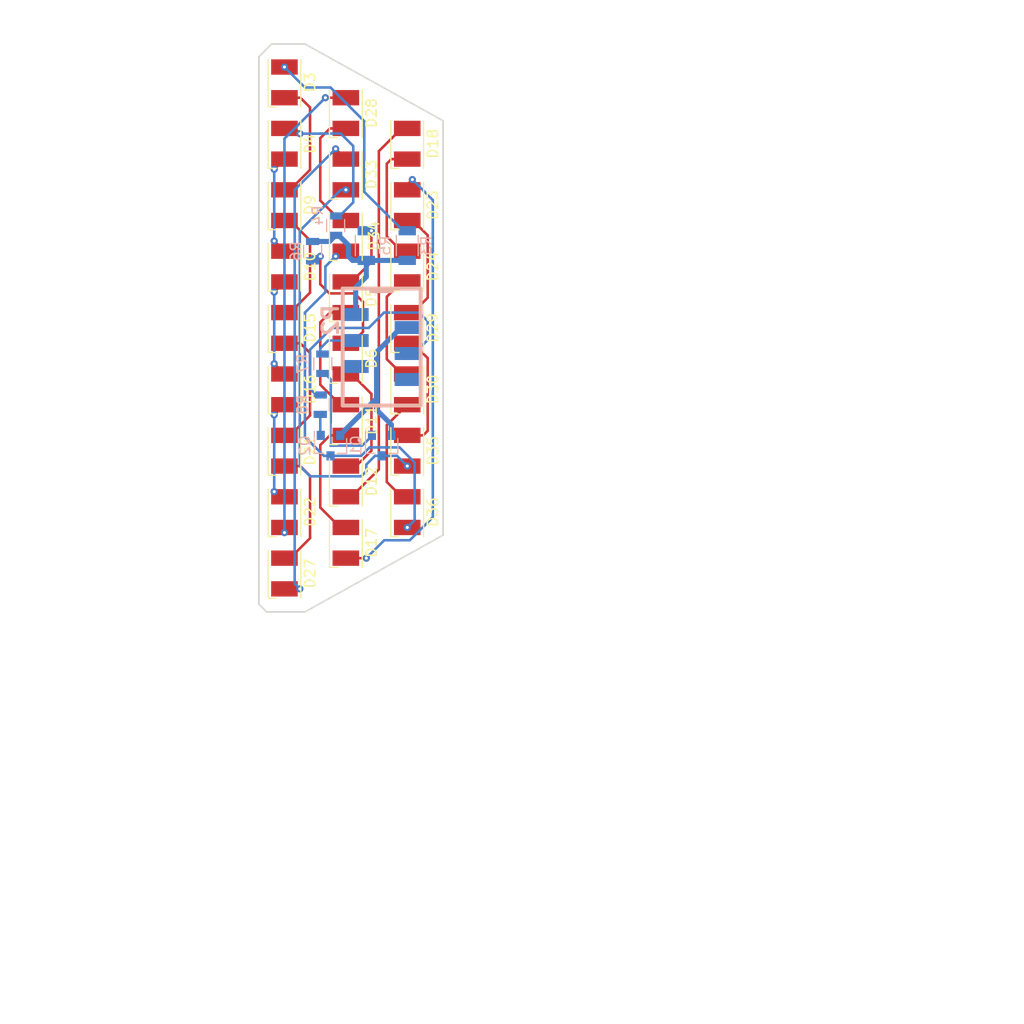
<source format=kicad_pcb>
(kicad_pcb (version 20191123) (host pcbnew "(5.99.0-588-g5c0656d97)")

  (general
    (thickness 1.6)
    (drawings 13)
    (tracks 216)
    (modules 33)
    (nets 33)
  )

  (page "A4")
  (layers
    (0 "F.Cu" signal)
    (31 "B.Cu" signal)
    (32 "B.Adhes" user)
    (33 "F.Adhes" user)
    (34 "B.Paste" user)
    (35 "F.Paste" user)
    (36 "B.SilkS" user)
    (37 "F.SilkS" user)
    (38 "B.Mask" user)
    (39 "F.Mask" user)
    (40 "Dwgs.User" user)
    (41 "Cmts.User" user)
    (42 "Eco1.User" user)
    (43 "Eco2.User" user)
    (44 "Edge.Cuts" user)
    (45 "Margin" user)
    (46 "B.CrtYd" user)
    (47 "F.CrtYd" user)
    (48 "B.Fab" user)
    (49 "F.Fab" user)
  )

  (setup
    (stackup
      (layer "F.SilkS" (type "Top Silk Screen"))
      (layer "F.Paste" (type "Top Solder Paste"))
      (layer "F.Mask" (type "Top Solder Mask") (color "Green") (thickness 0.01))
      (layer "F.Cu" (type "copper") (thickness 0.035))
      (layer "dielectric 1" (type "core") (thickness 1.51) (material "FR4") (epsilon_r 4.5) (loss_tangent 0.02))
      (layer "B.Cu" (type "copper") (thickness 0.035))
      (layer "B.Mask" (type "Bottom Solder Mask") (color "Green") (thickness 0.01))
      (layer "B.Paste" (type "Bottom Solder Paste"))
      (layer "B.SilkS" (type "Bottom Silk Screen"))
      (copper_finish "None")
      (dielectric_constraints no)
    )
    (last_trace_width 0.25)
    (user_trace_width 0.25)
    (user_trace_width 0.5)
    (trace_clearance 0.25)
    (zone_clearance 0.508)
    (zone_45_only no)
    (trace_min 0.2)
    (via_size 0.7)
    (via_drill 0.3)
    (via_min_size 0.6)
    (via_min_drill 0.3)
    (uvia_size 0.3)
    (uvia_drill 0.1)
    (uvias_allowed no)
    (uvia_min_size 0.2)
    (uvia_min_drill 0.1)
    (max_error 0.005)
    (defaults
      (edge_clearance 0.01)
      (edge_cuts_line_width 0.15)
      (courtyard_line_width 0.05)
      (copper_line_width 0.2)
      (copper_text_dims (size 1.5 1.5) (thickness 0.3))
      (silk_line_width 0.15)
      (silk_text_dims (size 1 1) (thickness 0.15))
      (other_layers_line_width 0.1)
      (other_layers_text_dims (size 1 1) (thickness 0.15))
      (dimension_units 0)
      (dimension_precision 1)
    )
    (pad_size 1.524 1.524)
    (pad_drill 0.762)
    (pad_to_mask_clearance 0.2)
    (aux_axis_origin 0 0)
    (visible_elements 7FFFFFFF)
    (pcbplotparams
      (layerselection 0x00030_80000001)
      (usegerberextensions false)
      (usegerberattributes false)
      (usegerberadvancedattributes false)
      (creategerberjobfile false)
      (excludeedgelayer true)
      (linewidth 0.100000)
      (plotframeref false)
      (viasonmask false)
      (mode 1)
      (useauxorigin false)
      (hpglpennumber 1)
      (hpglpenspeed 20)
      (hpglpendiameter 15.000000)
      (psnegative false)
      (psa4output false)
      (plotreference true)
      (plotvalue true)
      (plotinvisibletext false)
      (padsonsilk false)
      (subtractmaskfromsilk false)
      (outputformat 1)
      (mirror false)
      (drillshape 1)
      (scaleselection 1)
      (outputdirectory "")
    )
  )

  (net 0 "")
  (net 1 "/GND1")
  (net 2 "Net-(D3-Pad1)")
  (net 3 "Net-(D3-Pad2)")
  (net 4 "Net-(D10-Pad2)")
  (net 5 "Net-(D4-Pad2)")
  (net 6 "Net-(D11-Pad2)")
  (net 7 "Net-(D5-Pad2)")
  (net 8 "Net-(D12-Pad2)")
  (net 9 "Net-(D6-Pad2)")
  (net 10 "Net-(D15-Pad2)")
  (net 11 "Net-(D10-Pad1)")
  (net 12 "Net-(D11-Pad1)")
  (net 13 "Net-(D12-Pad1)")
  (net 14 "Net-(D15-Pad1)")
  (net 15 "Net-(D16-Pad1)")
  (net 16 "Net-(D17-Pad1)")
  (net 17 "Net-(D18-Pad1)")
  (net 18 "Net-(D21-Pad1)")
  (net 19 "Net-(D22-Pad1)")
  (net 20 "Net-(D23-Pad1)")
  (net 21 "Net-(D24-Pad1)")
  (net 22 "Net-(D27-Pad1)")
  (net 23 "Net-(D28-Pad1)")
  (net 24 "Net-(D29-Pad1)")
  (net 25 "Net-(D30-Pad1)")
  (net 26 "/Red_L1")
  (net 27 "/Green_L1")
  (net 28 "/VCC1")
  (net 29 "/CTRL_Red1")
  (net 30 "/CTRL_Green1")
  (net 31 "Net-(Q1-Pad1)")
  (net 32 "Net-(Q2-Pad1)")

  (net_class "Default" "Dies ist die voreingestellte Netzklasse."
    (clearance 0.25)
    (trace_width 0.25)
    (via_dia 0.7)
    (via_drill 0.3)
    (uvia_dia 0.3)
    (uvia_drill 0.1)
    (add_net "/CTRL_Green1")
    (add_net "/CTRL_Red1")
    (add_net "/GND1")
    (add_net "/Green_L1")
    (add_net "/Red_L1")
    (add_net "/VCC1")
    (add_net "Net-(D10-Pad1)")
    (add_net "Net-(D10-Pad2)")
    (add_net "Net-(D11-Pad1)")
    (add_net "Net-(D11-Pad2)")
    (add_net "Net-(D12-Pad1)")
    (add_net "Net-(D12-Pad2)")
    (add_net "Net-(D15-Pad1)")
    (add_net "Net-(D15-Pad2)")
    (add_net "Net-(D16-Pad1)")
    (add_net "Net-(D17-Pad1)")
    (add_net "Net-(D18-Pad1)")
    (add_net "Net-(D21-Pad1)")
    (add_net "Net-(D22-Pad1)")
    (add_net "Net-(D23-Pad1)")
    (add_net "Net-(D24-Pad1)")
    (add_net "Net-(D27-Pad1)")
    (add_net "Net-(D28-Pad1)")
    (add_net "Net-(D29-Pad1)")
    (add_net "Net-(D3-Pad1)")
    (add_net "Net-(D3-Pad2)")
    (add_net "Net-(D30-Pad1)")
    (add_net "Net-(D4-Pad2)")
    (add_net "Net-(D5-Pad2)")
    (add_net "Net-(D6-Pad2)")
    (add_net "Net-(Q1-Pad1)")
    (add_net "Net-(Q2-Pad1)")
  )

  (module "Resistors_SMD:R_0805" (layer "B.Cu") (tedit 58E0A804) (tstamp 5DE52A19)
    (at 126.25 99.5 90)
    (descr "Resistor SMD 0805, reflow soldering, Vishay (see dcrcw.pdf)")
    (tags "resistor 0805")
    (path "/5DE51A9C")
    (attr smd)
    (fp_text reference "R8" (at 0 -1.75 90) (layer "B.SilkS")
      (effects (font (size 1 1) (thickness 0.15)) (justify mirror))
    )
    (fp_text value "R" (at 0 -1.75 90) (layer "B.Fab")
      (effects (font (size 1 1) (thickness 0.15)) (justify mirror))
    )
    (fp_line (start 1.55 -0.9) (end -1.55 -0.9) (layer "B.CrtYd") (width 0.05))
    (fp_line (start 1.55 -0.9) (end 1.55 0.9) (layer "B.CrtYd") (width 0.05))
    (fp_line (start -1.55 0.9) (end -1.55 -0.9) (layer "B.CrtYd") (width 0.05))
    (fp_line (start -1.55 0.9) (end 1.55 0.9) (layer "B.CrtYd") (width 0.05))
    (fp_line (start -0.6 0.88) (end 0.6 0.88) (layer "B.SilkS") (width 0.12))
    (fp_line (start 0.6 -0.88) (end -0.6 -0.88) (layer "B.SilkS") (width 0.12))
    (fp_line (start -1 0.62) (end 1 0.62) (layer "B.Fab") (width 0.1))
    (fp_line (start 1 0.62) (end 1 -0.62) (layer "B.Fab") (width 0.1))
    (fp_line (start 1 -0.62) (end -1 -0.62) (layer "B.Fab") (width 0.1))
    (fp_line (start -1 -0.62) (end -1 0.62) (layer "B.Fab") (width 0.1))
    (fp_text user "%R" (at 0 0 90) (layer "B.Fab")
      (effects (font (size 0.5 0.5) (thickness 0.075)) (justify mirror))
    )
    (pad "1" smd rect (at -0.95 0 90) (size 0.7 1.3) (layers "B.Cu" "B.Paste" "B.Mask")
      (net 32 "Net-(Q2-Pad1)"))
    (pad "2" smd rect (at 0.95 0 90) (size 0.7 1.3) (layers "B.Cu" "B.Paste" "B.Mask")
      (net 30 "/CTRL_Green1"))
    (model "${KISYS3DMOD}/Resistor_SMD.3dshapes/R_0805_2012Metric.wrl"
      (at (xyz 0 0 0))
      (scale (xyz 1 1 1))
      (rotate (xyz 0 0 0))
    )
  )

  (module "Resistors_SMD:R_0805" (layer "B.Cu") (tedit 58E0A804) (tstamp 5DE52A13)
    (at 126.5 95.5 90)
    (descr "Resistor SMD 0805, reflow soldering, Vishay (see dcrcw.pdf)")
    (tags "resistor 0805")
    (path "/5DE50E36")
    (attr smd)
    (fp_text reference "R7" (at 0 -2 90) (layer "B.SilkS")
      (effects (font (size 1 1) (thickness 0.15)) (justify mirror))
    )
    (fp_text value "R" (at 0 -1.75 90) (layer "B.Fab")
      (effects (font (size 1 1) (thickness 0.15)) (justify mirror))
    )
    (fp_line (start 1.55 -0.9) (end -1.55 -0.9) (layer "B.CrtYd") (width 0.05))
    (fp_line (start 1.55 -0.9) (end 1.55 0.9) (layer "B.CrtYd") (width 0.05))
    (fp_line (start -1.55 0.9) (end -1.55 -0.9) (layer "B.CrtYd") (width 0.05))
    (fp_line (start -1.55 0.9) (end 1.55 0.9) (layer "B.CrtYd") (width 0.05))
    (fp_line (start -0.6 0.88) (end 0.6 0.88) (layer "B.SilkS") (width 0.12))
    (fp_line (start 0.6 -0.88) (end -0.6 -0.88) (layer "B.SilkS") (width 0.12))
    (fp_line (start -1 0.62) (end 1 0.62) (layer "B.Fab") (width 0.1))
    (fp_line (start 1 0.62) (end 1 -0.62) (layer "B.Fab") (width 0.1))
    (fp_line (start 1 -0.62) (end -1 -0.62) (layer "B.Fab") (width 0.1))
    (fp_line (start -1 -0.62) (end -1 0.62) (layer "B.Fab") (width 0.1))
    (fp_text user "%R" (at 0 0 90) (layer "B.Fab")
      (effects (font (size 0.5 0.5) (thickness 0.075)) (justify mirror))
    )
    (pad "1" smd rect (at -0.95 0 90) (size 0.7 1.3) (layers "B.Cu" "B.Paste" "B.Mask")
      (net 31 "Net-(Q1-Pad1)"))
    (pad "2" smd rect (at 0.95 0 90) (size 0.7 1.3) (layers "B.Cu" "B.Paste" "B.Mask")
      (net 29 "/CTRL_Red1"))
    (model "${KISYS3DMOD}/Resistor_SMD.3dshapes/R_0805_2012Metric.wrl"
      (at (xyz 0 0 0))
      (scale (xyz 1 1 1))
      (rotate (xyz 0 0 0))
    )
  )

  (module "Resistors_SMD:R_0805" (layer "B.Cu") (tedit 58E0A804) (tstamp 5DE52A0D)
    (at 125.5 84.5 -90)
    (descr "Resistor SMD 0805, reflow soldering, Vishay (see dcrcw.pdf)")
    (tags "resistor 0805")
    (path "/5DE4E3ED")
    (attr smd)
    (fp_text reference "R6" (at 0 1.65 90) (layer "B.SilkS")
      (effects (font (size 1 1) (thickness 0.15)) (justify mirror))
    )
    (fp_text value "270" (at 0 -1.75 90) (layer "B.Fab")
      (effects (font (size 1 1) (thickness 0.15)) (justify mirror))
    )
    (fp_line (start 1.55 -0.9) (end -1.55 -0.9) (layer "B.CrtYd") (width 0.05))
    (fp_line (start 1.55 -0.9) (end 1.55 0.9) (layer "B.CrtYd") (width 0.05))
    (fp_line (start -1.55 0.9) (end -1.55 -0.9) (layer "B.CrtYd") (width 0.05))
    (fp_line (start -1.55 0.9) (end 1.55 0.9) (layer "B.CrtYd") (width 0.05))
    (fp_line (start -0.6 0.88) (end 0.6 0.88) (layer "B.SilkS") (width 0.12))
    (fp_line (start 0.6 -0.88) (end -0.6 -0.88) (layer "B.SilkS") (width 0.12))
    (fp_line (start -1 0.62) (end 1 0.62) (layer "B.Fab") (width 0.1))
    (fp_line (start 1 0.62) (end 1 -0.62) (layer "B.Fab") (width 0.1))
    (fp_line (start 1 -0.62) (end -1 -0.62) (layer "B.Fab") (width 0.1))
    (fp_line (start -1 -0.62) (end -1 0.62) (layer "B.Fab") (width 0.1))
    (fp_text user "%R" (at 0 0 90) (layer "B.Fab")
      (effects (font (size 0.5 0.5) (thickness 0.075)) (justify mirror))
    )
    (pad "1" smd rect (at -0.95 0 270) (size 0.7 1.3) (layers "B.Cu" "B.Paste" "B.Mask")
      (net 28 "/VCC1"))
    (pad "2" smd rect (at 0.95 0 270) (size 0.7 1.3) (layers "B.Cu" "B.Paste" "B.Mask")
      (net 9 "Net-(D6-Pad2)"))
    (model "${KISYS3DMOD}/Resistor_SMD.3dshapes/R_0805_2012Metric.wrl"
      (at (xyz 0 0 0))
      (scale (xyz 1 1 1))
      (rotate (xyz 0 0 0))
    )
  )

  (module "Resistors_SMD:R_0805" (layer "B.Cu") (tedit 58E0A804) (tstamp 5DE52A01)
    (at 127.75 82 90)
    (descr "Resistor SMD 0805, reflow soldering, Vishay (see dcrcw.pdf)")
    (tags "resistor 0805")
    (path "/5DE4DE63")
    (attr smd)
    (fp_text reference "R4" (at 1 -1.75 90) (layer "B.SilkS")
      (effects (font (size 1 1) (thickness 0.15)) (justify mirror))
    )
    (fp_text value "270" (at 0 -1.75 90) (layer "B.Fab")
      (effects (font (size 1 1) (thickness 0.15)) (justify mirror))
    )
    (fp_line (start 1.55 -0.9) (end -1.55 -0.9) (layer "B.CrtYd") (width 0.05))
    (fp_line (start 1.55 -0.9) (end 1.55 0.9) (layer "B.CrtYd") (width 0.05))
    (fp_line (start -1.55 0.9) (end -1.55 -0.9) (layer "B.CrtYd") (width 0.05))
    (fp_line (start -1.55 0.9) (end 1.55 0.9) (layer "B.CrtYd") (width 0.05))
    (fp_line (start -0.6 0.88) (end 0.6 0.88) (layer "B.SilkS") (width 0.12))
    (fp_line (start 0.6 -0.88) (end -0.6 -0.88) (layer "B.SilkS") (width 0.12))
    (fp_line (start -1 0.62) (end 1 0.62) (layer "B.Fab") (width 0.1))
    (fp_line (start 1 0.62) (end 1 -0.62) (layer "B.Fab") (width 0.1))
    (fp_line (start 1 -0.62) (end -1 -0.62) (layer "B.Fab") (width 0.1))
    (fp_line (start -1 -0.62) (end -1 0.62) (layer "B.Fab") (width 0.1))
    (fp_text user "%R" (at 0 0 90) (layer "B.Fab")
      (effects (font (size 0.5 0.5) (thickness 0.075)) (justify mirror))
    )
    (pad "1" smd rect (at -0.95 0 90) (size 0.7 1.3) (layers "B.Cu" "B.Paste" "B.Mask")
      (net 28 "/VCC1"))
    (pad "2" smd rect (at 0.95 0 90) (size 0.7 1.3) (layers "B.Cu" "B.Paste" "B.Mask")
      (net 5 "Net-(D4-Pad2)"))
    (model "${KISYS3DMOD}/Resistor_SMD.3dshapes/R_0805_2012Metric.wrl"
      (at (xyz 0 0 0))
      (scale (xyz 1 1 1))
      (rotate (xyz 0 0 0))
    )
  )

  (module "Toni:micro_match3x2" (layer "B.Cu") (tedit 5265A2FB) (tstamp 5DE57DD9)
    (at 132.25 94.5 -90)
    (descr "micro_match_3x2")
    (tags "micro match 3x2")
    (path "/5DE4E6B1")
    (fp_text reference "P2" (at -3.25 5 90) (layer "B.SilkS")
      (effects (font (size 1.524 1.524) (thickness 0.3048)) (justify mirror))
    )
    (fp_text value "CONN_02X02" (at 0 -6.35 90) (layer "B.Fab")
      (effects (font (size 1.524 1.524) (thickness 0.3048)) (justify mirror))
    )
    (fp_line (start -6.096 1.016) (end -6.096 -1.016) (layer "B.SilkS") (width 0.381))
    (fp_line (start 5.08 -3.81) (end -6.35 -3.81) (layer "B.SilkS") (width 0.381))
    (fp_line (start -6.35 -3.81) (end -6.35 3.81) (layer "B.SilkS") (width 0.381))
    (fp_line (start -6.35 3.81) (end 5.08 3.81) (layer "B.SilkS") (width 0.381))
    (fp_line (start 5.08 3.81) (end 5.08 -3.81) (layer "B.SilkS") (width 0.381))
    (pad "1" smd rect (at -3.81 2.54 270) (size 1.27 2.54) (layers "B.Cu" "B.Paste" "B.Mask")
      (net 28 "/VCC1"))
    (pad "2" smd rect (at -2.54 -2.54 270) (size 1.27 2.54) (layers "B.Cu" "B.Paste" "B.Mask")
      (net 1 "/GND1"))
    (pad "3" smd rect (at -1.27 2.54 270) (size 1.27 2.54) (layers "B.Cu" "B.Paste" "B.Mask")
      (net 29 "/CTRL_Red1"))
    (pad "4" smd rect (at 0 -2.54 270) (size 1.27 2.54) (layers "B.Cu" "B.Paste" "B.Mask")
      (net 30 "/CTRL_Green1"))
    (pad "5" smd rect (at 1.27 2.54 270) (size 1.27 2.54) (layers "B.Cu" "B.Paste" "B.Mask"))
    (pad "6" smd rect (at 2.54 -2.54 270) (size 1.27 2.54) (layers "B.Cu" "B.Paste" "B.Mask"))
    (model "/home/philipp/Dokumente/dev/PickAndPlace_Electronic/common/3D/micromatch_smd_6pin.step"
      (offset (xyz -0.5 0 5.5))
      (scale (xyz 1 1 1))
      (rotate (xyz 0 0 0))
    )
  )

  (module "LEDs:LED_PLCC-2" (layer "F.Cu") (tedit 59959404) (tstamp 5DE528F7)
    (at 122.75 68 90)
    (descr "LED PLCC-2 SMD package")
    (tags "LED PLCC-2 SMD")
    (path "/5DE4DE17")
    (attr smd)
    (fp_text reference "D3" (at 0 2.5 90) (layer "F.SilkS")
      (effects (font (size 1 1) (thickness 0.15)))
    )
    (fp_text value "RED" (at 0 2.5 90) (layer "F.Fab")
      (effects (font (size 1 1) (thickness 0.15)))
    )
    (fp_circle (center 0 0) (end 0 -1.25) (layer "F.Fab") (width 0.1))
    (fp_line (start -1.7 -0.6) (end -0.8 -1.5) (layer "F.Fab") (width 0.1))
    (fp_line (start 1.7 1.5) (end 1.7 -1.5) (layer "F.Fab") (width 0.1))
    (fp_line (start 1.7 -1.5) (end -1.7 -1.5) (layer "F.Fab") (width 0.1))
    (fp_line (start -1.7 -1.5) (end -1.7 1.5) (layer "F.Fab") (width 0.1))
    (fp_line (start -1.7 1.5) (end 1.7 1.5) (layer "F.Fab") (width 0.1))
    (fp_line (start -2.65 -1.85) (end 2.5 -1.85) (layer "F.CrtYd") (width 0.05))
    (fp_line (start 2.5 -1.85) (end 2.5 1.85) (layer "F.CrtYd") (width 0.05))
    (fp_line (start 2.5 1.85) (end -2.65 1.85) (layer "F.CrtYd") (width 0.05))
    (fp_line (start -2.65 1.85) (end -2.65 -1.85) (layer "F.CrtYd") (width 0.05))
    (fp_line (start 2.25 1.6) (end -2.4 1.6) (layer "F.SilkS") (width 0.12))
    (fp_line (start 2.25 -1.6) (end -2.4 -1.6) (layer "F.SilkS") (width 0.12))
    (fp_line (start -2.4 -1.6) (end -2.4 -0.8) (layer "F.SilkS") (width 0.12))
    (fp_text user "%R" (at 0 0 90) (layer "F.Fab")
      (effects (font (size 0.4 0.4) (thickness 0.1)))
    )
    (pad "1" smd rect (at -1.5 0 90) (size 1.5 2.6) (layers "F.Cu" "F.Paste" "F.Mask")
      (net 2 "Net-(D3-Pad1)"))
    (pad "2" smd rect (at 1.5 0 90) (size 1.5 2.6) (layers "F.Cu" "F.Paste" "F.Mask")
      (net 3 "Net-(D3-Pad2)"))
    (model "${KIPRJMOD}/../common/3D/PLCC-2.step"
      (at (xyz 0 0 0))
      (scale (xyz 1 1 1))
      (rotate (xyz 90 0 90))
    )
  )

  (module "LEDs:LED_PLCC-2" (layer "F.Cu") (tedit 59959404) (tstamp 5DE528FD)
    (at 122.75 74 90)
    (descr "LED PLCC-2 SMD package")
    (tags "LED PLCC-2 SMD")
    (path "/5DE4DE3B")
    (attr smd)
    (fp_text reference "D4" (at 0 2.5 90) (layer "F.SilkS")
      (effects (font (size 1 1) (thickness 0.15)))
    )
    (fp_text value "GREEN" (at 0 2.5 90) (layer "F.Fab")
      (effects (font (size 1 1) (thickness 0.15)))
    )
    (fp_circle (center 0 0) (end 0 -1.25) (layer "F.Fab") (width 0.1))
    (fp_line (start -1.7 -0.6) (end -0.8 -1.5) (layer "F.Fab") (width 0.1))
    (fp_line (start 1.7 1.5) (end 1.7 -1.5) (layer "F.Fab") (width 0.1))
    (fp_line (start 1.7 -1.5) (end -1.7 -1.5) (layer "F.Fab") (width 0.1))
    (fp_line (start -1.7 -1.5) (end -1.7 1.5) (layer "F.Fab") (width 0.1))
    (fp_line (start -1.7 1.5) (end 1.7 1.5) (layer "F.Fab") (width 0.1))
    (fp_line (start -2.65 -1.85) (end 2.5 -1.85) (layer "F.CrtYd") (width 0.05))
    (fp_line (start 2.5 -1.85) (end 2.5 1.85) (layer "F.CrtYd") (width 0.05))
    (fp_line (start 2.5 1.85) (end -2.65 1.85) (layer "F.CrtYd") (width 0.05))
    (fp_line (start -2.65 1.85) (end -2.65 -1.85) (layer "F.CrtYd") (width 0.05))
    (fp_line (start 2.25 1.6) (end -2.4 1.6) (layer "F.SilkS") (width 0.12))
    (fp_line (start 2.25 -1.6) (end -2.4 -1.6) (layer "F.SilkS") (width 0.12))
    (fp_line (start -2.4 -1.6) (end -2.4 -0.8) (layer "F.SilkS") (width 0.12))
    (fp_text user "%R" (at 0 0 90) (layer "F.Fab")
      (effects (font (size 0.4 0.4) (thickness 0.1)))
    )
    (pad "1" smd rect (at -1.5 0 90) (size 1.5 2.6) (layers "F.Cu" "F.Paste" "F.Mask")
      (net 4 "Net-(D10-Pad2)"))
    (pad "2" smd rect (at 1.5 0 90) (size 1.5 2.6) (layers "F.Cu" "F.Paste" "F.Mask")
      (net 5 "Net-(D4-Pad2)"))
    (model "${KIPRJMOD}/../common/3D/PLCC-2.step"
      (at (xyz 0 0 0))
      (scale (xyz 1 1 1))
      (rotate (xyz 90 0 90))
    )
  )

  (module "LEDs:LED_PLCC-2" (layer "F.Cu") (tedit 59959404) (tstamp 5DE52903)
    (at 128.75 89 90)
    (descr "LED PLCC-2 SMD package")
    (tags "LED PLCC-2 SMD")
    (path "/5DE4E3A1")
    (attr smd)
    (fp_text reference "D5" (at 0 2.5 90) (layer "F.SilkS")
      (effects (font (size 1 1) (thickness 0.15)))
    )
    (fp_text value "RED" (at 0 2.5 90) (layer "F.Fab")
      (effects (font (size 1 1) (thickness 0.15)))
    )
    (fp_circle (center 0 0) (end 0 -1.25) (layer "F.Fab") (width 0.1))
    (fp_line (start -1.7 -0.6) (end -0.8 -1.5) (layer "F.Fab") (width 0.1))
    (fp_line (start 1.7 1.5) (end 1.7 -1.5) (layer "F.Fab") (width 0.1))
    (fp_line (start 1.7 -1.5) (end -1.7 -1.5) (layer "F.Fab") (width 0.1))
    (fp_line (start -1.7 -1.5) (end -1.7 1.5) (layer "F.Fab") (width 0.1))
    (fp_line (start -1.7 1.5) (end 1.7 1.5) (layer "F.Fab") (width 0.1))
    (fp_line (start -2.65 -1.85) (end 2.5 -1.85) (layer "F.CrtYd") (width 0.05))
    (fp_line (start 2.5 -1.85) (end 2.5 1.85) (layer "F.CrtYd") (width 0.05))
    (fp_line (start 2.5 1.85) (end -2.65 1.85) (layer "F.CrtYd") (width 0.05))
    (fp_line (start -2.65 1.85) (end -2.65 -1.85) (layer "F.CrtYd") (width 0.05))
    (fp_line (start 2.25 1.6) (end -2.4 1.6) (layer "F.SilkS") (width 0.12))
    (fp_line (start 2.25 -1.6) (end -2.4 -1.6) (layer "F.SilkS") (width 0.12))
    (fp_line (start -2.4 -1.6) (end -2.4 -0.8) (layer "F.SilkS") (width 0.12))
    (fp_text user "%R" (at 0 0 90) (layer "F.Fab")
      (effects (font (size 0.4 0.4) (thickness 0.1)))
    )
    (pad "1" smd rect (at -1.5 0 90) (size 1.5 2.6) (layers "F.Cu" "F.Paste" "F.Mask")
      (net 6 "Net-(D11-Pad2)"))
    (pad "2" smd rect (at 1.5 0 90) (size 1.5 2.6) (layers "F.Cu" "F.Paste" "F.Mask")
      (net 7 "Net-(D5-Pad2)"))
    (model "${KIPRJMOD}/../common/3D/PLCC-2.step"
      (at (xyz 0 0 0))
      (scale (xyz 1 1 1))
      (rotate (xyz 90 0 90))
    )
  )

  (module "LEDs:LED_PLCC-2" (layer "F.Cu") (tedit 59959404) (tstamp 5DE52909)
    (at 128.75 95 90)
    (descr "LED PLCC-2 SMD package")
    (tags "LED PLCC-2 SMD")
    (path "/5DE4E3C5")
    (attr smd)
    (fp_text reference "D6" (at 0 2.5 90) (layer "F.SilkS")
      (effects (font (size 1 1) (thickness 0.15)))
    )
    (fp_text value "GREEN" (at 0 2.5 90) (layer "F.Fab")
      (effects (font (size 1 1) (thickness 0.15)))
    )
    (fp_circle (center 0 0) (end 0 -1.25) (layer "F.Fab") (width 0.1))
    (fp_line (start -1.7 -0.6) (end -0.8 -1.5) (layer "F.Fab") (width 0.1))
    (fp_line (start 1.7 1.5) (end 1.7 -1.5) (layer "F.Fab") (width 0.1))
    (fp_line (start 1.7 -1.5) (end -1.7 -1.5) (layer "F.Fab") (width 0.1))
    (fp_line (start -1.7 -1.5) (end -1.7 1.5) (layer "F.Fab") (width 0.1))
    (fp_line (start -1.7 1.5) (end 1.7 1.5) (layer "F.Fab") (width 0.1))
    (fp_line (start -2.65 -1.85) (end 2.5 -1.85) (layer "F.CrtYd") (width 0.05))
    (fp_line (start 2.5 -1.85) (end 2.5 1.85) (layer "F.CrtYd") (width 0.05))
    (fp_line (start 2.5 1.85) (end -2.65 1.85) (layer "F.CrtYd") (width 0.05))
    (fp_line (start -2.65 1.85) (end -2.65 -1.85) (layer "F.CrtYd") (width 0.05))
    (fp_line (start 2.25 1.6) (end -2.4 1.6) (layer "F.SilkS") (width 0.12))
    (fp_line (start 2.25 -1.6) (end -2.4 -1.6) (layer "F.SilkS") (width 0.12))
    (fp_line (start -2.4 -1.6) (end -2.4 -0.8) (layer "F.SilkS") (width 0.12))
    (fp_text user "%R" (at 0 0 90) (layer "F.Fab")
      (effects (font (size 0.4 0.4) (thickness 0.1)))
    )
    (pad "1" smd rect (at -1.5 0 90) (size 1.5 2.6) (layers "F.Cu" "F.Paste" "F.Mask")
      (net 8 "Net-(D12-Pad2)"))
    (pad "2" smd rect (at 1.5 0 90) (size 1.5 2.6) (layers "F.Cu" "F.Paste" "F.Mask")
      (net 9 "Net-(D6-Pad2)"))
    (model "${KIPRJMOD}/../common/3D/PLCC-2.step"
      (at (xyz 0 0 0))
      (scale (xyz 1 1 1))
      (rotate (xyz 90 0 90))
    )
  )

  (module "LEDs:LED_PLCC-2" (layer "F.Cu") (tedit 59959404) (tstamp 5DE5291B)
    (at 122.75 80 90)
    (descr "LED PLCC-2 SMD package")
    (tags "LED PLCC-2 SMD")
    (path "/5DE4DE1D")
    (attr smd)
    (fp_text reference "D9" (at 0 2.5 90) (layer "F.SilkS")
      (effects (font (size 1 1) (thickness 0.15)))
    )
    (fp_text value "RED" (at 0 2.5 90) (layer "F.Fab")
      (effects (font (size 1 1) (thickness 0.15)))
    )
    (fp_circle (center 0 0) (end 0 -1.25) (layer "F.Fab") (width 0.1))
    (fp_line (start -1.7 -0.6) (end -0.8 -1.5) (layer "F.Fab") (width 0.1))
    (fp_line (start 1.7 1.5) (end 1.7 -1.5) (layer "F.Fab") (width 0.1))
    (fp_line (start 1.7 -1.5) (end -1.7 -1.5) (layer "F.Fab") (width 0.1))
    (fp_line (start -1.7 -1.5) (end -1.7 1.5) (layer "F.Fab") (width 0.1))
    (fp_line (start -1.7 1.5) (end 1.7 1.5) (layer "F.Fab") (width 0.1))
    (fp_line (start -2.65 -1.85) (end 2.5 -1.85) (layer "F.CrtYd") (width 0.05))
    (fp_line (start 2.5 -1.85) (end 2.5 1.85) (layer "F.CrtYd") (width 0.05))
    (fp_line (start 2.5 1.85) (end -2.65 1.85) (layer "F.CrtYd") (width 0.05))
    (fp_line (start -2.65 1.85) (end -2.65 -1.85) (layer "F.CrtYd") (width 0.05))
    (fp_line (start 2.25 1.6) (end -2.4 1.6) (layer "F.SilkS") (width 0.12))
    (fp_line (start 2.25 -1.6) (end -2.4 -1.6) (layer "F.SilkS") (width 0.12))
    (fp_line (start -2.4 -1.6) (end -2.4 -0.8) (layer "F.SilkS") (width 0.12))
    (fp_text user "%R" (at 0 0 90) (layer "F.Fab")
      (effects (font (size 0.4 0.4) (thickness 0.1)))
    )
    (pad "1" smd rect (at -1.5 0 90) (size 1.5 2.6) (layers "F.Cu" "F.Paste" "F.Mask")
      (net 10 "Net-(D15-Pad2)"))
    (pad "2" smd rect (at 1.5 0 90) (size 1.5 2.6) (layers "F.Cu" "F.Paste" "F.Mask")
      (net 2 "Net-(D3-Pad1)"))
    (model "${KIPRJMOD}/../common/3D/PLCC-2.step"
      (at (xyz 0 0 0))
      (scale (xyz 1 1 1))
      (rotate (xyz 90 0 90))
    )
  )

  (module "LEDs:LED_PLCC-2" (layer "F.Cu") (tedit 59959404) (tstamp 5DE52921)
    (at 122.75 86 90)
    (descr "LED PLCC-2 SMD package")
    (tags "LED PLCC-2 SMD")
    (path "/5DE4DE41")
    (attr smd)
    (fp_text reference "D10" (at 0 2.5 90) (layer "F.SilkS")
      (effects (font (size 1 1) (thickness 0.15)))
    )
    (fp_text value "GREEN" (at 0 2.5 90) (layer "F.Fab")
      (effects (font (size 1 1) (thickness 0.15)))
    )
    (fp_circle (center 0 0) (end 0 -1.25) (layer "F.Fab") (width 0.1))
    (fp_line (start -1.7 -0.6) (end -0.8 -1.5) (layer "F.Fab") (width 0.1))
    (fp_line (start 1.7 1.5) (end 1.7 -1.5) (layer "F.Fab") (width 0.1))
    (fp_line (start 1.7 -1.5) (end -1.7 -1.5) (layer "F.Fab") (width 0.1))
    (fp_line (start -1.7 -1.5) (end -1.7 1.5) (layer "F.Fab") (width 0.1))
    (fp_line (start -1.7 1.5) (end 1.7 1.5) (layer "F.Fab") (width 0.1))
    (fp_line (start -2.65 -1.85) (end 2.5 -1.85) (layer "F.CrtYd") (width 0.05))
    (fp_line (start 2.5 -1.85) (end 2.5 1.85) (layer "F.CrtYd") (width 0.05))
    (fp_line (start 2.5 1.85) (end -2.65 1.85) (layer "F.CrtYd") (width 0.05))
    (fp_line (start -2.65 1.85) (end -2.65 -1.85) (layer "F.CrtYd") (width 0.05))
    (fp_line (start 2.25 1.6) (end -2.4 1.6) (layer "F.SilkS") (width 0.12))
    (fp_line (start 2.25 -1.6) (end -2.4 -1.6) (layer "F.SilkS") (width 0.12))
    (fp_line (start -2.4 -1.6) (end -2.4 -0.8) (layer "F.SilkS") (width 0.12))
    (fp_text user "%R" (at 0 0 90) (layer "F.Fab")
      (effects (font (size 0.4 0.4) (thickness 0.1)))
    )
    (pad "1" smd rect (at -1.5 0 90) (size 1.5 2.6) (layers "F.Cu" "F.Paste" "F.Mask")
      (net 11 "Net-(D10-Pad1)"))
    (pad "2" smd rect (at 1.5 0 90) (size 1.5 2.6) (layers "F.Cu" "F.Paste" "F.Mask")
      (net 4 "Net-(D10-Pad2)"))
    (model "${KIPRJMOD}/../common/3D/PLCC-2.step"
      (at (xyz 0 0 0))
      (scale (xyz 1 1 1))
      (rotate (xyz 90 0 90))
    )
  )

  (module "LEDs:LED_PLCC-2" (layer "F.Cu") (tedit 59959404) (tstamp 5DE52927)
    (at 128.75 101 90)
    (descr "LED PLCC-2 SMD package")
    (tags "LED PLCC-2 SMD")
    (path "/5DE4E3A7")
    (attr smd)
    (fp_text reference "D11" (at 0 2.5 90) (layer "F.SilkS")
      (effects (font (size 1 1) (thickness 0.15)))
    )
    (fp_text value "RED" (at 0 2.5 90) (layer "F.Fab")
      (effects (font (size 1 1) (thickness 0.15)))
    )
    (fp_circle (center 0 0) (end 0 -1.25) (layer "F.Fab") (width 0.1))
    (fp_line (start -1.7 -0.6) (end -0.8 -1.5) (layer "F.Fab") (width 0.1))
    (fp_line (start 1.7 1.5) (end 1.7 -1.5) (layer "F.Fab") (width 0.1))
    (fp_line (start 1.7 -1.5) (end -1.7 -1.5) (layer "F.Fab") (width 0.1))
    (fp_line (start -1.7 -1.5) (end -1.7 1.5) (layer "F.Fab") (width 0.1))
    (fp_line (start -1.7 1.5) (end 1.7 1.5) (layer "F.Fab") (width 0.1))
    (fp_line (start -2.65 -1.85) (end 2.5 -1.85) (layer "F.CrtYd") (width 0.05))
    (fp_line (start 2.5 -1.85) (end 2.5 1.85) (layer "F.CrtYd") (width 0.05))
    (fp_line (start 2.5 1.85) (end -2.65 1.85) (layer "F.CrtYd") (width 0.05))
    (fp_line (start -2.65 1.85) (end -2.65 -1.85) (layer "F.CrtYd") (width 0.05))
    (fp_line (start 2.25 1.6) (end -2.4 1.6) (layer "F.SilkS") (width 0.12))
    (fp_line (start 2.25 -1.6) (end -2.4 -1.6) (layer "F.SilkS") (width 0.12))
    (fp_line (start -2.4 -1.6) (end -2.4 -0.8) (layer "F.SilkS") (width 0.12))
    (fp_text user "%R" (at 0 0 90) (layer "F.Fab")
      (effects (font (size 0.4 0.4) (thickness 0.1)))
    )
    (pad "1" smd rect (at -1.5 0 90) (size 1.5 2.6) (layers "F.Cu" "F.Paste" "F.Mask")
      (net 12 "Net-(D11-Pad1)"))
    (pad "2" smd rect (at 1.5 0 90) (size 1.5 2.6) (layers "F.Cu" "F.Paste" "F.Mask")
      (net 6 "Net-(D11-Pad2)"))
    (model "${KIPRJMOD}/../common/3D/PLCC-2.step"
      (at (xyz 0 0 0))
      (scale (xyz 1 1 1))
      (rotate (xyz 90 0 90))
    )
  )

  (module "LEDs:LED_PLCC-2" (layer "F.Cu") (tedit 59959404) (tstamp 5DE5292D)
    (at 128.75 107 90)
    (descr "LED PLCC-2 SMD package")
    (tags "LED PLCC-2 SMD")
    (path "/5DE4E3CB")
    (attr smd)
    (fp_text reference "D12" (at 0 2.5 90) (layer "F.SilkS")
      (effects (font (size 1 1) (thickness 0.15)))
    )
    (fp_text value "GREEN" (at 0 2.5 90) (layer "F.Fab")
      (effects (font (size 1 1) (thickness 0.15)))
    )
    (fp_circle (center 0 0) (end 0 -1.25) (layer "F.Fab") (width 0.1))
    (fp_line (start -1.7 -0.6) (end -0.8 -1.5) (layer "F.Fab") (width 0.1))
    (fp_line (start 1.7 1.5) (end 1.7 -1.5) (layer "F.Fab") (width 0.1))
    (fp_line (start 1.7 -1.5) (end -1.7 -1.5) (layer "F.Fab") (width 0.1))
    (fp_line (start -1.7 -1.5) (end -1.7 1.5) (layer "F.Fab") (width 0.1))
    (fp_line (start -1.7 1.5) (end 1.7 1.5) (layer "F.Fab") (width 0.1))
    (fp_line (start -2.65 -1.85) (end 2.5 -1.85) (layer "F.CrtYd") (width 0.05))
    (fp_line (start 2.5 -1.85) (end 2.5 1.85) (layer "F.CrtYd") (width 0.05))
    (fp_line (start 2.5 1.85) (end -2.65 1.85) (layer "F.CrtYd") (width 0.05))
    (fp_line (start -2.65 1.85) (end -2.65 -1.85) (layer "F.CrtYd") (width 0.05))
    (fp_line (start 2.25 1.6) (end -2.4 1.6) (layer "F.SilkS") (width 0.12))
    (fp_line (start 2.25 -1.6) (end -2.4 -1.6) (layer "F.SilkS") (width 0.12))
    (fp_line (start -2.4 -1.6) (end -2.4 -0.8) (layer "F.SilkS") (width 0.12))
    (fp_text user "%R" (at 0 0 90) (layer "F.Fab")
      (effects (font (size 0.4 0.4) (thickness 0.1)))
    )
    (pad "1" smd rect (at -1.5 0 90) (size 1.5 2.6) (layers "F.Cu" "F.Paste" "F.Mask")
      (net 13 "Net-(D12-Pad1)"))
    (pad "2" smd rect (at 1.5 0 90) (size 1.5 2.6) (layers "F.Cu" "F.Paste" "F.Mask")
      (net 8 "Net-(D12-Pad2)"))
    (model "${KIPRJMOD}/../common/3D/PLCC-2.step"
      (at (xyz 0 0 0))
      (scale (xyz 1 1 1))
      (rotate (xyz 90 0 90))
    )
  )

  (module "LEDs:LED_PLCC-2" (layer "F.Cu") (tedit 59959404) (tstamp 5DE5293F)
    (at 122.75 92 90)
    (descr "LED PLCC-2 SMD package")
    (tags "LED PLCC-2 SMD")
    (path "/5DE4DE23")
    (attr smd)
    (fp_text reference "D15" (at 0 2.5 90) (layer "F.SilkS")
      (effects (font (size 1 1) (thickness 0.15)))
    )
    (fp_text value "RED" (at 0 2.5 90) (layer "F.Fab")
      (effects (font (size 1 1) (thickness 0.15)))
    )
    (fp_circle (center 0 0) (end 0 -1.25) (layer "F.Fab") (width 0.1))
    (fp_line (start -1.7 -0.6) (end -0.8 -1.5) (layer "F.Fab") (width 0.1))
    (fp_line (start 1.7 1.5) (end 1.7 -1.5) (layer "F.Fab") (width 0.1))
    (fp_line (start 1.7 -1.5) (end -1.7 -1.5) (layer "F.Fab") (width 0.1))
    (fp_line (start -1.7 -1.5) (end -1.7 1.5) (layer "F.Fab") (width 0.1))
    (fp_line (start -1.7 1.5) (end 1.7 1.5) (layer "F.Fab") (width 0.1))
    (fp_line (start -2.65 -1.85) (end 2.5 -1.85) (layer "F.CrtYd") (width 0.05))
    (fp_line (start 2.5 -1.85) (end 2.5 1.85) (layer "F.CrtYd") (width 0.05))
    (fp_line (start 2.5 1.85) (end -2.65 1.85) (layer "F.CrtYd") (width 0.05))
    (fp_line (start -2.65 1.85) (end -2.65 -1.85) (layer "F.CrtYd") (width 0.05))
    (fp_line (start 2.25 1.6) (end -2.4 1.6) (layer "F.SilkS") (width 0.12))
    (fp_line (start 2.25 -1.6) (end -2.4 -1.6) (layer "F.SilkS") (width 0.12))
    (fp_line (start -2.4 -1.6) (end -2.4 -0.8) (layer "F.SilkS") (width 0.12))
    (fp_text user "%R" (at 0 0 90) (layer "F.Fab")
      (effects (font (size 0.4 0.4) (thickness 0.1)))
    )
    (pad "1" smd rect (at -1.5 0 90) (size 1.5 2.6) (layers "F.Cu" "F.Paste" "F.Mask")
      (net 14 "Net-(D15-Pad1)"))
    (pad "2" smd rect (at 1.5 0 90) (size 1.5 2.6) (layers "F.Cu" "F.Paste" "F.Mask")
      (net 10 "Net-(D15-Pad2)"))
    (model "${KIPRJMOD}/../common/3D/PLCC-2.step"
      (at (xyz 0 0 0))
      (scale (xyz 1 1 1))
      (rotate (xyz 90 0 90))
    )
  )

  (module "LEDs:LED_PLCC-2" (layer "F.Cu") (tedit 59959404) (tstamp 5DE52945)
    (at 122.75 98 90)
    (descr "LED PLCC-2 SMD package")
    (tags "LED PLCC-2 SMD")
    (path "/5DE4DE47")
    (attr smd)
    (fp_text reference "D16" (at 0 2.5 90) (layer "F.SilkS")
      (effects (font (size 1 1) (thickness 0.15)))
    )
    (fp_text value "GREEN" (at 0 2.5 90) (layer "F.Fab")
      (effects (font (size 1 1) (thickness 0.15)))
    )
    (fp_circle (center 0 0) (end 0 -1.25) (layer "F.Fab") (width 0.1))
    (fp_line (start -1.7 -0.6) (end -0.8 -1.5) (layer "F.Fab") (width 0.1))
    (fp_line (start 1.7 1.5) (end 1.7 -1.5) (layer "F.Fab") (width 0.1))
    (fp_line (start 1.7 -1.5) (end -1.7 -1.5) (layer "F.Fab") (width 0.1))
    (fp_line (start -1.7 -1.5) (end -1.7 1.5) (layer "F.Fab") (width 0.1))
    (fp_line (start -1.7 1.5) (end 1.7 1.5) (layer "F.Fab") (width 0.1))
    (fp_line (start -2.65 -1.85) (end 2.5 -1.85) (layer "F.CrtYd") (width 0.05))
    (fp_line (start 2.5 -1.85) (end 2.5 1.85) (layer "F.CrtYd") (width 0.05))
    (fp_line (start 2.5 1.85) (end -2.65 1.85) (layer "F.CrtYd") (width 0.05))
    (fp_line (start -2.65 1.85) (end -2.65 -1.85) (layer "F.CrtYd") (width 0.05))
    (fp_line (start 2.25 1.6) (end -2.4 1.6) (layer "F.SilkS") (width 0.12))
    (fp_line (start 2.25 -1.6) (end -2.4 -1.6) (layer "F.SilkS") (width 0.12))
    (fp_line (start -2.4 -1.6) (end -2.4 -0.8) (layer "F.SilkS") (width 0.12))
    (fp_text user "%R" (at 0 0 90) (layer "F.Fab")
      (effects (font (size 0.4 0.4) (thickness 0.1)))
    )
    (pad "1" smd rect (at -1.5 0 90) (size 1.5 2.6) (layers "F.Cu" "F.Paste" "F.Mask")
      (net 15 "Net-(D16-Pad1)"))
    (pad "2" smd rect (at 1.5 0 90) (size 1.5 2.6) (layers "F.Cu" "F.Paste" "F.Mask")
      (net 11 "Net-(D10-Pad1)"))
    (model "${KIPRJMOD}/../common/3D/PLCC-2.step"
      (at (xyz 0 0 0))
      (scale (xyz 1 1 1))
      (rotate (xyz 90 0 90))
    )
  )

  (module "LEDs:LED_PLCC-2" (layer "F.Cu") (tedit 59959404) (tstamp 5DE5294B)
    (at 128.75 113 90)
    (descr "LED PLCC-2 SMD package")
    (tags "LED PLCC-2 SMD")
    (path "/5DE4E3AD")
    (attr smd)
    (fp_text reference "D17" (at 0 2.5 90) (layer "F.SilkS")
      (effects (font (size 1 1) (thickness 0.15)))
    )
    (fp_text value "RED" (at 0 2.5 90) (layer "F.Fab")
      (effects (font (size 1 1) (thickness 0.15)))
    )
    (fp_circle (center 0 0) (end 0 -1.25) (layer "F.Fab") (width 0.1))
    (fp_line (start -1.7 -0.6) (end -0.8 -1.5) (layer "F.Fab") (width 0.1))
    (fp_line (start 1.7 1.5) (end 1.7 -1.5) (layer "F.Fab") (width 0.1))
    (fp_line (start 1.7 -1.5) (end -1.7 -1.5) (layer "F.Fab") (width 0.1))
    (fp_line (start -1.7 -1.5) (end -1.7 1.5) (layer "F.Fab") (width 0.1))
    (fp_line (start -1.7 1.5) (end 1.7 1.5) (layer "F.Fab") (width 0.1))
    (fp_line (start -2.65 -1.85) (end 2.5 -1.85) (layer "F.CrtYd") (width 0.05))
    (fp_line (start 2.5 -1.85) (end 2.5 1.85) (layer "F.CrtYd") (width 0.05))
    (fp_line (start 2.5 1.85) (end -2.65 1.85) (layer "F.CrtYd") (width 0.05))
    (fp_line (start -2.65 1.85) (end -2.65 -1.85) (layer "F.CrtYd") (width 0.05))
    (fp_line (start 2.25 1.6) (end -2.4 1.6) (layer "F.SilkS") (width 0.12))
    (fp_line (start 2.25 -1.6) (end -2.4 -1.6) (layer "F.SilkS") (width 0.12))
    (fp_line (start -2.4 -1.6) (end -2.4 -0.8) (layer "F.SilkS") (width 0.12))
    (fp_text user "%R" (at 0 0 90) (layer "F.Fab")
      (effects (font (size 0.4 0.4) (thickness 0.1)))
    )
    (pad "1" smd rect (at -1.5 0 90) (size 1.5 2.6) (layers "F.Cu" "F.Paste" "F.Mask")
      (net 16 "Net-(D17-Pad1)"))
    (pad "2" smd rect (at 1.5 0 90) (size 1.5 2.6) (layers "F.Cu" "F.Paste" "F.Mask")
      (net 12 "Net-(D11-Pad1)"))
    (model "${KIPRJMOD}/../common/3D/PLCC-2.step"
      (at (xyz 0 0 0))
      (scale (xyz 1 1 1))
      (rotate (xyz 90 0 90))
    )
  )

  (module "LEDs:LED_PLCC-2" (layer "F.Cu") (tedit 59959404) (tstamp 5DE52951)
    (at 134.75 74 90)
    (descr "LED PLCC-2 SMD package")
    (tags "LED PLCC-2 SMD")
    (path "/5DE4E3D1")
    (attr smd)
    (fp_text reference "D18" (at 0 2.5 90) (layer "F.SilkS")
      (effects (font (size 1 1) (thickness 0.15)))
    )
    (fp_text value "GREEN" (at 0 2.5 90) (layer "F.Fab")
      (effects (font (size 1 1) (thickness 0.15)))
    )
    (fp_circle (center 0 0) (end 0 -1.25) (layer "F.Fab") (width 0.1))
    (fp_line (start -1.7 -0.6) (end -0.8 -1.5) (layer "F.Fab") (width 0.1))
    (fp_line (start 1.7 1.5) (end 1.7 -1.5) (layer "F.Fab") (width 0.1))
    (fp_line (start 1.7 -1.5) (end -1.7 -1.5) (layer "F.Fab") (width 0.1))
    (fp_line (start -1.7 -1.5) (end -1.7 1.5) (layer "F.Fab") (width 0.1))
    (fp_line (start -1.7 1.5) (end 1.7 1.5) (layer "F.Fab") (width 0.1))
    (fp_line (start -2.65 -1.85) (end 2.5 -1.85) (layer "F.CrtYd") (width 0.05))
    (fp_line (start 2.5 -1.85) (end 2.5 1.85) (layer "F.CrtYd") (width 0.05))
    (fp_line (start 2.5 1.85) (end -2.65 1.85) (layer "F.CrtYd") (width 0.05))
    (fp_line (start -2.65 1.85) (end -2.65 -1.85) (layer "F.CrtYd") (width 0.05))
    (fp_line (start 2.25 1.6) (end -2.4 1.6) (layer "F.SilkS") (width 0.12))
    (fp_line (start 2.25 -1.6) (end -2.4 -1.6) (layer "F.SilkS") (width 0.12))
    (fp_line (start -2.4 -1.6) (end -2.4 -0.8) (layer "F.SilkS") (width 0.12))
    (fp_text user "%R" (at 0 0 90) (layer "F.Fab")
      (effects (font (size 0.4 0.4) (thickness 0.1)))
    )
    (pad "1" smd rect (at -1.5 0 90) (size 1.5 2.6) (layers "F.Cu" "F.Paste" "F.Mask")
      (net 17 "Net-(D18-Pad1)"))
    (pad "2" smd rect (at 1.5 0 90) (size 1.5 2.6) (layers "F.Cu" "F.Paste" "F.Mask")
      (net 13 "Net-(D12-Pad1)"))
    (model "${KIPRJMOD}/../common/3D/PLCC-2.step"
      (at (xyz 0 0 0))
      (scale (xyz 1 1 1))
      (rotate (xyz 90 0 90))
    )
  )

  (module "LEDs:LED_PLCC-2" (layer "F.Cu") (tedit 59959404) (tstamp 5DE52963)
    (at 122.75 104 90)
    (descr "LED PLCC-2 SMD package")
    (tags "LED PLCC-2 SMD")
    (path "/5DE4DE29")
    (attr smd)
    (fp_text reference "D21" (at 0 2.5 90) (layer "F.SilkS")
      (effects (font (size 1 1) (thickness 0.15)))
    )
    (fp_text value "RED" (at 0 2.5 90) (layer "F.Fab")
      (effects (font (size 1 1) (thickness 0.15)))
    )
    (fp_circle (center 0 0) (end 0 -1.25) (layer "F.Fab") (width 0.1))
    (fp_line (start -1.7 -0.6) (end -0.8 -1.5) (layer "F.Fab") (width 0.1))
    (fp_line (start 1.7 1.5) (end 1.7 -1.5) (layer "F.Fab") (width 0.1))
    (fp_line (start 1.7 -1.5) (end -1.7 -1.5) (layer "F.Fab") (width 0.1))
    (fp_line (start -1.7 -1.5) (end -1.7 1.5) (layer "F.Fab") (width 0.1))
    (fp_line (start -1.7 1.5) (end 1.7 1.5) (layer "F.Fab") (width 0.1))
    (fp_line (start -2.65 -1.85) (end 2.5 -1.85) (layer "F.CrtYd") (width 0.05))
    (fp_line (start 2.5 -1.85) (end 2.5 1.85) (layer "F.CrtYd") (width 0.05))
    (fp_line (start 2.5 1.85) (end -2.65 1.85) (layer "F.CrtYd") (width 0.05))
    (fp_line (start -2.65 1.85) (end -2.65 -1.85) (layer "F.CrtYd") (width 0.05))
    (fp_line (start 2.25 1.6) (end -2.4 1.6) (layer "F.SilkS") (width 0.12))
    (fp_line (start 2.25 -1.6) (end -2.4 -1.6) (layer "F.SilkS") (width 0.12))
    (fp_line (start -2.4 -1.6) (end -2.4 -0.8) (layer "F.SilkS") (width 0.12))
    (fp_text user "%R" (at 0 0 90) (layer "F.Fab")
      (effects (font (size 0.4 0.4) (thickness 0.1)))
    )
    (pad "1" smd rect (at -1.5 0 90) (size 1.5 2.6) (layers "F.Cu" "F.Paste" "F.Mask")
      (net 18 "Net-(D21-Pad1)"))
    (pad "2" smd rect (at 1.5 0 90) (size 1.5 2.6) (layers "F.Cu" "F.Paste" "F.Mask")
      (net 14 "Net-(D15-Pad1)"))
    (model "${KIPRJMOD}/../common/3D/PLCC-2.step"
      (at (xyz 0 0 0))
      (scale (xyz 1 1 1))
      (rotate (xyz 90 0 90))
    )
  )

  (module "LEDs:LED_PLCC-2" (layer "F.Cu") (tedit 59959404) (tstamp 5DE52969)
    (at 122.75 110 90)
    (descr "LED PLCC-2 SMD package")
    (tags "LED PLCC-2 SMD")
    (path "/5DE4DE4D")
    (attr smd)
    (fp_text reference "D22" (at 0 2.5 90) (layer "F.SilkS")
      (effects (font (size 1 1) (thickness 0.15)))
    )
    (fp_text value "GREEN" (at 0 2.5 90) (layer "F.Fab")
      (effects (font (size 1 1) (thickness 0.15)))
    )
    (fp_circle (center 0 0) (end 0 -1.25) (layer "F.Fab") (width 0.1))
    (fp_line (start -1.7 -0.6) (end -0.8 -1.5) (layer "F.Fab") (width 0.1))
    (fp_line (start 1.7 1.5) (end 1.7 -1.5) (layer "F.Fab") (width 0.1))
    (fp_line (start 1.7 -1.5) (end -1.7 -1.5) (layer "F.Fab") (width 0.1))
    (fp_line (start -1.7 -1.5) (end -1.7 1.5) (layer "F.Fab") (width 0.1))
    (fp_line (start -1.7 1.5) (end 1.7 1.5) (layer "F.Fab") (width 0.1))
    (fp_line (start -2.65 -1.85) (end 2.5 -1.85) (layer "F.CrtYd") (width 0.05))
    (fp_line (start 2.5 -1.85) (end 2.5 1.85) (layer "F.CrtYd") (width 0.05))
    (fp_line (start 2.5 1.85) (end -2.65 1.85) (layer "F.CrtYd") (width 0.05))
    (fp_line (start -2.65 1.85) (end -2.65 -1.85) (layer "F.CrtYd") (width 0.05))
    (fp_line (start 2.25 1.6) (end -2.4 1.6) (layer "F.SilkS") (width 0.12))
    (fp_line (start 2.25 -1.6) (end -2.4 -1.6) (layer "F.SilkS") (width 0.12))
    (fp_line (start -2.4 -1.6) (end -2.4 -0.8) (layer "F.SilkS") (width 0.12))
    (fp_text user "%R" (at 0 0 90) (layer "F.Fab")
      (effects (font (size 0.4 0.4) (thickness 0.1)))
    )
    (pad "1" smd rect (at -1.5 0 90) (size 1.5 2.6) (layers "F.Cu" "F.Paste" "F.Mask")
      (net 19 "Net-(D22-Pad1)"))
    (pad "2" smd rect (at 1.5 0 90) (size 1.5 2.6) (layers "F.Cu" "F.Paste" "F.Mask")
      (net 15 "Net-(D16-Pad1)"))
    (model "${KIPRJMOD}/../common/3D/PLCC-2.step"
      (at (xyz 0 0 0))
      (scale (xyz 1 1 1))
      (rotate (xyz 90 0 90))
    )
  )

  (module "LEDs:LED_PLCC-2" (layer "F.Cu") (tedit 59959404) (tstamp 5DE5296F)
    (at 134.75 80 90)
    (descr "LED PLCC-2 SMD package")
    (tags "LED PLCC-2 SMD")
    (path "/5DE4E3B3")
    (attr smd)
    (fp_text reference "D23" (at 0 2.5 90) (layer "F.SilkS")
      (effects (font (size 1 1) (thickness 0.15)))
    )
    (fp_text value "RED" (at 0 2.5 90) (layer "F.Fab")
      (effects (font (size 1 1) (thickness 0.15)))
    )
    (fp_circle (center 0 0) (end 0 -1.25) (layer "F.Fab") (width 0.1))
    (fp_line (start -1.7 -0.6) (end -0.8 -1.5) (layer "F.Fab") (width 0.1))
    (fp_line (start 1.7 1.5) (end 1.7 -1.5) (layer "F.Fab") (width 0.1))
    (fp_line (start 1.7 -1.5) (end -1.7 -1.5) (layer "F.Fab") (width 0.1))
    (fp_line (start -1.7 -1.5) (end -1.7 1.5) (layer "F.Fab") (width 0.1))
    (fp_line (start -1.7 1.5) (end 1.7 1.5) (layer "F.Fab") (width 0.1))
    (fp_line (start -2.65 -1.85) (end 2.5 -1.85) (layer "F.CrtYd") (width 0.05))
    (fp_line (start 2.5 -1.85) (end 2.5 1.85) (layer "F.CrtYd") (width 0.05))
    (fp_line (start 2.5 1.85) (end -2.65 1.85) (layer "F.CrtYd") (width 0.05))
    (fp_line (start -2.65 1.85) (end -2.65 -1.85) (layer "F.CrtYd") (width 0.05))
    (fp_line (start 2.25 1.6) (end -2.4 1.6) (layer "F.SilkS") (width 0.12))
    (fp_line (start 2.25 -1.6) (end -2.4 -1.6) (layer "F.SilkS") (width 0.12))
    (fp_line (start -2.4 -1.6) (end -2.4 -0.8) (layer "F.SilkS") (width 0.12))
    (fp_text user "%R" (at 0 0 90) (layer "F.Fab")
      (effects (font (size 0.4 0.4) (thickness 0.1)))
    )
    (pad "1" smd rect (at -1.5 0 90) (size 1.5 2.6) (layers "F.Cu" "F.Paste" "F.Mask")
      (net 20 "Net-(D23-Pad1)"))
    (pad "2" smd rect (at 1.5 0 90) (size 1.5 2.6) (layers "F.Cu" "F.Paste" "F.Mask")
      (net 16 "Net-(D17-Pad1)"))
    (model "${KIPRJMOD}/../common/3D/PLCC-2.step"
      (at (xyz 0 0 0))
      (scale (xyz 1 1 1))
      (rotate (xyz 90 0 90))
    )
  )

  (module "LEDs:LED_PLCC-2" (layer "F.Cu") (tedit 59959404) (tstamp 5DE52975)
    (at 134.75 86 90)
    (descr "LED PLCC-2 SMD package")
    (tags "LED PLCC-2 SMD")
    (path "/5DE4E3D7")
    (attr smd)
    (fp_text reference "D24" (at 0 2.5 90) (layer "F.SilkS")
      (effects (font (size 1 1) (thickness 0.15)))
    )
    (fp_text value "GREEN" (at 0 2.5 90) (layer "F.Fab")
      (effects (font (size 1 1) (thickness 0.15)))
    )
    (fp_circle (center 0 0) (end 0 -1.25) (layer "F.Fab") (width 0.1))
    (fp_line (start -1.7 -0.6) (end -0.8 -1.5) (layer "F.Fab") (width 0.1))
    (fp_line (start 1.7 1.5) (end 1.7 -1.5) (layer "F.Fab") (width 0.1))
    (fp_line (start 1.7 -1.5) (end -1.7 -1.5) (layer "F.Fab") (width 0.1))
    (fp_line (start -1.7 -1.5) (end -1.7 1.5) (layer "F.Fab") (width 0.1))
    (fp_line (start -1.7 1.5) (end 1.7 1.5) (layer "F.Fab") (width 0.1))
    (fp_line (start -2.65 -1.85) (end 2.5 -1.85) (layer "F.CrtYd") (width 0.05))
    (fp_line (start 2.5 -1.85) (end 2.5 1.85) (layer "F.CrtYd") (width 0.05))
    (fp_line (start 2.5 1.85) (end -2.65 1.85) (layer "F.CrtYd") (width 0.05))
    (fp_line (start -2.65 1.85) (end -2.65 -1.85) (layer "F.CrtYd") (width 0.05))
    (fp_line (start 2.25 1.6) (end -2.4 1.6) (layer "F.SilkS") (width 0.12))
    (fp_line (start 2.25 -1.6) (end -2.4 -1.6) (layer "F.SilkS") (width 0.12))
    (fp_line (start -2.4 -1.6) (end -2.4 -0.8) (layer "F.SilkS") (width 0.12))
    (fp_text user "%R" (at 0 0 90) (layer "F.Fab")
      (effects (font (size 0.4 0.4) (thickness 0.1)))
    )
    (pad "1" smd rect (at -1.5 0 90) (size 1.5 2.6) (layers "F.Cu" "F.Paste" "F.Mask")
      (net 21 "Net-(D24-Pad1)"))
    (pad "2" smd rect (at 1.5 0 90) (size 1.5 2.6) (layers "F.Cu" "F.Paste" "F.Mask")
      (net 17 "Net-(D18-Pad1)"))
    (model "${KIPRJMOD}/../common/3D/PLCC-2.step"
      (at (xyz 0 0 0))
      (scale (xyz 1 1 1))
      (rotate (xyz 90 0 90))
    )
  )

  (module "LEDs:LED_PLCC-2" (layer "F.Cu") (tedit 59959404) (tstamp 5DE52987)
    (at 122.75 116 90)
    (descr "LED PLCC-2 SMD package")
    (tags "LED PLCC-2 SMD")
    (path "/5DE4DE2F")
    (attr smd)
    (fp_text reference "D27" (at 0 2.5 90) (layer "F.SilkS")
      (effects (font (size 1 1) (thickness 0.15)))
    )
    (fp_text value "RED" (at 0 2.5 90) (layer "F.Fab")
      (effects (font (size 1 1) (thickness 0.15)))
    )
    (fp_circle (center 0 0) (end 0 -1.25) (layer "F.Fab") (width 0.1))
    (fp_line (start -1.7 -0.6) (end -0.8 -1.5) (layer "F.Fab") (width 0.1))
    (fp_line (start 1.7 1.5) (end 1.7 -1.5) (layer "F.Fab") (width 0.1))
    (fp_line (start 1.7 -1.5) (end -1.7 -1.5) (layer "F.Fab") (width 0.1))
    (fp_line (start -1.7 -1.5) (end -1.7 1.5) (layer "F.Fab") (width 0.1))
    (fp_line (start -1.7 1.5) (end 1.7 1.5) (layer "F.Fab") (width 0.1))
    (fp_line (start -2.65 -1.85) (end 2.5 -1.85) (layer "F.CrtYd") (width 0.05))
    (fp_line (start 2.5 -1.85) (end 2.5 1.85) (layer "F.CrtYd") (width 0.05))
    (fp_line (start 2.5 1.85) (end -2.65 1.85) (layer "F.CrtYd") (width 0.05))
    (fp_line (start -2.65 1.85) (end -2.65 -1.85) (layer "F.CrtYd") (width 0.05))
    (fp_line (start 2.25 1.6) (end -2.4 1.6) (layer "F.SilkS") (width 0.12))
    (fp_line (start 2.25 -1.6) (end -2.4 -1.6) (layer "F.SilkS") (width 0.12))
    (fp_line (start -2.4 -1.6) (end -2.4 -0.8) (layer "F.SilkS") (width 0.12))
    (fp_text user "%R" (at 0 0 90) (layer "F.Fab")
      (effects (font (size 0.4 0.4) (thickness 0.1)))
    )
    (pad "1" smd rect (at -1.5 0 90) (size 1.5 2.6) (layers "F.Cu" "F.Paste" "F.Mask")
      (net 22 "Net-(D27-Pad1)"))
    (pad "2" smd rect (at 1.5 0 90) (size 1.5 2.6) (layers "F.Cu" "F.Paste" "F.Mask")
      (net 18 "Net-(D21-Pad1)"))
    (model "${KIPRJMOD}/../common/3D/PLCC-2.step"
      (at (xyz 0 0 0))
      (scale (xyz 1 1 1))
      (rotate (xyz 90 0 90))
    )
  )

  (module "LEDs:LED_PLCC-2" (layer "F.Cu") (tedit 59959404) (tstamp 5DE5298D)
    (at 128.75 71 90)
    (descr "LED PLCC-2 SMD package")
    (tags "LED PLCC-2 SMD")
    (path "/5DE4DE53")
    (attr smd)
    (fp_text reference "D28" (at 0 2.5 90) (layer "F.SilkS")
      (effects (font (size 1 1) (thickness 0.15)))
    )
    (fp_text value "GREEN" (at 0 2.5 90) (layer "F.Fab")
      (effects (font (size 1 1) (thickness 0.15)))
    )
    (fp_circle (center 0 0) (end 0 -1.25) (layer "F.Fab") (width 0.1))
    (fp_line (start -1.7 -0.6) (end -0.8 -1.5) (layer "F.Fab") (width 0.1))
    (fp_line (start 1.7 1.5) (end 1.7 -1.5) (layer "F.Fab") (width 0.1))
    (fp_line (start 1.7 -1.5) (end -1.7 -1.5) (layer "F.Fab") (width 0.1))
    (fp_line (start -1.7 -1.5) (end -1.7 1.5) (layer "F.Fab") (width 0.1))
    (fp_line (start -1.7 1.5) (end 1.7 1.5) (layer "F.Fab") (width 0.1))
    (fp_line (start -2.65 -1.85) (end 2.5 -1.85) (layer "F.CrtYd") (width 0.05))
    (fp_line (start 2.5 -1.85) (end 2.5 1.85) (layer "F.CrtYd") (width 0.05))
    (fp_line (start 2.5 1.85) (end -2.65 1.85) (layer "F.CrtYd") (width 0.05))
    (fp_line (start -2.65 1.85) (end -2.65 -1.85) (layer "F.CrtYd") (width 0.05))
    (fp_line (start 2.25 1.6) (end -2.4 1.6) (layer "F.SilkS") (width 0.12))
    (fp_line (start 2.25 -1.6) (end -2.4 -1.6) (layer "F.SilkS") (width 0.12))
    (fp_line (start -2.4 -1.6) (end -2.4 -0.8) (layer "F.SilkS") (width 0.12))
    (fp_text user "%R" (at 0 0 90) (layer "F.Fab")
      (effects (font (size 0.4 0.4) (thickness 0.1)))
    )
    (pad "1" smd rect (at -1.5 0 90) (size 1.5 2.6) (layers "F.Cu" "F.Paste" "F.Mask")
      (net 23 "Net-(D28-Pad1)"))
    (pad "2" smd rect (at 1.5 0 90) (size 1.5 2.6) (layers "F.Cu" "F.Paste" "F.Mask")
      (net 19 "Net-(D22-Pad1)"))
    (model "${KIPRJMOD}/../common/3D/PLCC-2.step"
      (at (xyz 0 0 0))
      (scale (xyz 1 1 1))
      (rotate (xyz 90 0 90))
    )
  )

  (module "LEDs:LED_PLCC-2" (layer "F.Cu") (tedit 59959404) (tstamp 5DE52993)
    (at 134.75 92 90)
    (descr "LED PLCC-2 SMD package")
    (tags "LED PLCC-2 SMD")
    (path "/5DE4E3B9")
    (attr smd)
    (fp_text reference "D29" (at 0 2.5 90) (layer "F.SilkS")
      (effects (font (size 1 1) (thickness 0.15)))
    )
    (fp_text value "RED" (at 0 2.5 90) (layer "F.Fab")
      (effects (font (size 1 1) (thickness 0.15)))
    )
    (fp_circle (center 0 0) (end 0 -1.25) (layer "F.Fab") (width 0.1))
    (fp_line (start -1.7 -0.6) (end -0.8 -1.5) (layer "F.Fab") (width 0.1))
    (fp_line (start 1.7 1.5) (end 1.7 -1.5) (layer "F.Fab") (width 0.1))
    (fp_line (start 1.7 -1.5) (end -1.7 -1.5) (layer "F.Fab") (width 0.1))
    (fp_line (start -1.7 -1.5) (end -1.7 1.5) (layer "F.Fab") (width 0.1))
    (fp_line (start -1.7 1.5) (end 1.7 1.5) (layer "F.Fab") (width 0.1))
    (fp_line (start -2.65 -1.85) (end 2.5 -1.85) (layer "F.CrtYd") (width 0.05))
    (fp_line (start 2.5 -1.85) (end 2.5 1.85) (layer "F.CrtYd") (width 0.05))
    (fp_line (start 2.5 1.85) (end -2.65 1.85) (layer "F.CrtYd") (width 0.05))
    (fp_line (start -2.65 1.85) (end -2.65 -1.85) (layer "F.CrtYd") (width 0.05))
    (fp_line (start 2.25 1.6) (end -2.4 1.6) (layer "F.SilkS") (width 0.12))
    (fp_line (start 2.25 -1.6) (end -2.4 -1.6) (layer "F.SilkS") (width 0.12))
    (fp_line (start -2.4 -1.6) (end -2.4 -0.8) (layer "F.SilkS") (width 0.12))
    (fp_text user "%R" (at 0 0 90) (layer "F.Fab")
      (effects (font (size 0.4 0.4) (thickness 0.1)))
    )
    (pad "1" smd rect (at -1.5 0 90) (size 1.5 2.6) (layers "F.Cu" "F.Paste" "F.Mask")
      (net 24 "Net-(D29-Pad1)"))
    (pad "2" smd rect (at 1.5 0 90) (size 1.5 2.6) (layers "F.Cu" "F.Paste" "F.Mask")
      (net 20 "Net-(D23-Pad1)"))
    (model "${KIPRJMOD}/../common/3D/PLCC-2.step"
      (at (xyz 0 0 0))
      (scale (xyz 1 1 1))
      (rotate (xyz 90 0 90))
    )
  )

  (module "LEDs:LED_PLCC-2" (layer "F.Cu") (tedit 59959404) (tstamp 5DE52999)
    (at 134.75 98 90)
    (descr "LED PLCC-2 SMD package")
    (tags "LED PLCC-2 SMD")
    (path "/5DE4E3DD")
    (attr smd)
    (fp_text reference "D30" (at 0 2.5 90) (layer "F.SilkS")
      (effects (font (size 1 1) (thickness 0.15)))
    )
    (fp_text value "GREEN" (at 0 2.5 90) (layer "F.Fab")
      (effects (font (size 1 1) (thickness 0.15)))
    )
    (fp_circle (center 0 0) (end 0 -1.25) (layer "F.Fab") (width 0.1))
    (fp_line (start -1.7 -0.6) (end -0.8 -1.5) (layer "F.Fab") (width 0.1))
    (fp_line (start 1.7 1.5) (end 1.7 -1.5) (layer "F.Fab") (width 0.1))
    (fp_line (start 1.7 -1.5) (end -1.7 -1.5) (layer "F.Fab") (width 0.1))
    (fp_line (start -1.7 -1.5) (end -1.7 1.5) (layer "F.Fab") (width 0.1))
    (fp_line (start -1.7 1.5) (end 1.7 1.5) (layer "F.Fab") (width 0.1))
    (fp_line (start -2.65 -1.85) (end 2.5 -1.85) (layer "F.CrtYd") (width 0.05))
    (fp_line (start 2.5 -1.85) (end 2.5 1.85) (layer "F.CrtYd") (width 0.05))
    (fp_line (start 2.5 1.85) (end -2.65 1.85) (layer "F.CrtYd") (width 0.05))
    (fp_line (start -2.65 1.85) (end -2.65 -1.85) (layer "F.CrtYd") (width 0.05))
    (fp_line (start 2.25 1.6) (end -2.4 1.6) (layer "F.SilkS") (width 0.12))
    (fp_line (start 2.25 -1.6) (end -2.4 -1.6) (layer "F.SilkS") (width 0.12))
    (fp_line (start -2.4 -1.6) (end -2.4 -0.8) (layer "F.SilkS") (width 0.12))
    (fp_text user "%R" (at 0 0 90) (layer "F.Fab")
      (effects (font (size 0.4 0.4) (thickness 0.1)))
    )
    (pad "1" smd rect (at -1.5 0 90) (size 1.5 2.6) (layers "F.Cu" "F.Paste" "F.Mask")
      (net 25 "Net-(D30-Pad1)"))
    (pad "2" smd rect (at 1.5 0 90) (size 1.5 2.6) (layers "F.Cu" "F.Paste" "F.Mask")
      (net 21 "Net-(D24-Pad1)"))
    (model "${KIPRJMOD}/../common/3D/PLCC-2.step"
      (at (xyz 0 0 0))
      (scale (xyz 1 1 1))
      (rotate (xyz 90 0 90))
    )
  )

  (module "LEDs:LED_PLCC-2" (layer "F.Cu") (tedit 59959404) (tstamp 5DE529AB)
    (at 128.75 77 90)
    (descr "LED PLCC-2 SMD package")
    (tags "LED PLCC-2 SMD")
    (path "/5DE4DE35")
    (attr smd)
    (fp_text reference "D33" (at 0 2.5 90) (layer "F.SilkS")
      (effects (font (size 1 1) (thickness 0.15)))
    )
    (fp_text value "RED" (at 0 2.5 90) (layer "F.Fab")
      (effects (font (size 1 1) (thickness 0.15)))
    )
    (fp_circle (center 0 0) (end 0 -1.25) (layer "F.Fab") (width 0.1))
    (fp_line (start -1.7 -0.6) (end -0.8 -1.5) (layer "F.Fab") (width 0.1))
    (fp_line (start 1.7 1.5) (end 1.7 -1.5) (layer "F.Fab") (width 0.1))
    (fp_line (start 1.7 -1.5) (end -1.7 -1.5) (layer "F.Fab") (width 0.1))
    (fp_line (start -1.7 -1.5) (end -1.7 1.5) (layer "F.Fab") (width 0.1))
    (fp_line (start -1.7 1.5) (end 1.7 1.5) (layer "F.Fab") (width 0.1))
    (fp_line (start -2.65 -1.85) (end 2.5 -1.85) (layer "F.CrtYd") (width 0.05))
    (fp_line (start 2.5 -1.85) (end 2.5 1.85) (layer "F.CrtYd") (width 0.05))
    (fp_line (start 2.5 1.85) (end -2.65 1.85) (layer "F.CrtYd") (width 0.05))
    (fp_line (start -2.65 1.85) (end -2.65 -1.85) (layer "F.CrtYd") (width 0.05))
    (fp_line (start 2.25 1.6) (end -2.4 1.6) (layer "F.SilkS") (width 0.12))
    (fp_line (start 2.25 -1.6) (end -2.4 -1.6) (layer "F.SilkS") (width 0.12))
    (fp_line (start -2.4 -1.6) (end -2.4 -0.8) (layer "F.SilkS") (width 0.12))
    (fp_text user "%R" (at 0 0 90) (layer "F.Fab")
      (effects (font (size 0.4 0.4) (thickness 0.1)))
    )
    (pad "1" smd rect (at -1.5 0 90) (size 1.5 2.6) (layers "F.Cu" "F.Paste" "F.Mask")
      (net 26 "/Red_L1"))
    (pad "2" smd rect (at 1.5 0 90) (size 1.5 2.6) (layers "F.Cu" "F.Paste" "F.Mask")
      (net 22 "Net-(D27-Pad1)"))
    (model "${KIPRJMOD}/../common/3D/PLCC-2.step"
      (at (xyz 0 0 0))
      (scale (xyz 1 1 1))
      (rotate (xyz 90 0 90))
    )
  )

  (module "LEDs:LED_PLCC-2" (layer "F.Cu") (tedit 59959404) (tstamp 5DE529B1)
    (at 128.75 83 90)
    (descr "LED PLCC-2 SMD package")
    (tags "LED PLCC-2 SMD")
    (path "/5DE4DE59")
    (attr smd)
    (fp_text reference "D34" (at 0 2.75 90) (layer "F.SilkS")
      (effects (font (size 1 1) (thickness 0.15)))
    )
    (fp_text value "GREEN" (at 0 2.5 90) (layer "F.Fab")
      (effects (font (size 1 1) (thickness 0.15)))
    )
    (fp_circle (center 0 0) (end 0 -1.25) (layer "F.Fab") (width 0.1))
    (fp_line (start -1.7 -0.6) (end -0.8 -1.5) (layer "F.Fab") (width 0.1))
    (fp_line (start 1.7 1.5) (end 1.7 -1.5) (layer "F.Fab") (width 0.1))
    (fp_line (start 1.7 -1.5) (end -1.7 -1.5) (layer "F.Fab") (width 0.1))
    (fp_line (start -1.7 -1.5) (end -1.7 1.5) (layer "F.Fab") (width 0.1))
    (fp_line (start -1.7 1.5) (end 1.7 1.5) (layer "F.Fab") (width 0.1))
    (fp_line (start -2.65 -1.85) (end 2.5 -1.85) (layer "F.CrtYd") (width 0.05))
    (fp_line (start 2.5 -1.85) (end 2.5 1.85) (layer "F.CrtYd") (width 0.05))
    (fp_line (start 2.5 1.85) (end -2.65 1.85) (layer "F.CrtYd") (width 0.05))
    (fp_line (start -2.65 1.85) (end -2.65 -1.85) (layer "F.CrtYd") (width 0.05))
    (fp_line (start 2.25 1.6) (end -2.4 1.6) (layer "F.SilkS") (width 0.12))
    (fp_line (start 2.25 -1.6) (end -2.4 -1.6) (layer "F.SilkS") (width 0.12))
    (fp_line (start -2.4 -1.6) (end -2.4 -0.8) (layer "F.SilkS") (width 0.12))
    (fp_text user "%R" (at 0 0 90) (layer "F.Fab")
      (effects (font (size 0.4 0.4) (thickness 0.1)))
    )
    (pad "1" smd rect (at -1.5 0 90) (size 1.5 2.6) (layers "F.Cu" "F.Paste" "F.Mask")
      (net 27 "/Green_L1"))
    (pad "2" smd rect (at 1.5 0 90) (size 1.5 2.6) (layers "F.Cu" "F.Paste" "F.Mask")
      (net 23 "Net-(D28-Pad1)"))
    (model "${KIPRJMOD}/../common/3D/PLCC-2.step"
      (at (xyz 0 0 0))
      (scale (xyz 1 1 1))
      (rotate (xyz 90 0 90))
    )
  )

  (module "LEDs:LED_PLCC-2" (layer "F.Cu") (tedit 59959404) (tstamp 5DE529B7)
    (at 134.75 104 90)
    (descr "LED PLCC-2 SMD package")
    (tags "LED PLCC-2 SMD")
    (path "/5DE4E3BF")
    (attr smd)
    (fp_text reference "D35" (at 0 2.5 90) (layer "F.SilkS")
      (effects (font (size 1 1) (thickness 0.15)))
    )
    (fp_text value "RED" (at 0 2.5 90) (layer "F.Fab")
      (effects (font (size 1 1) (thickness 0.15)))
    )
    (fp_circle (center 0 0) (end 0 -1.25) (layer "F.Fab") (width 0.1))
    (fp_line (start -1.7 -0.6) (end -0.8 -1.5) (layer "F.Fab") (width 0.1))
    (fp_line (start 1.7 1.5) (end 1.7 -1.5) (layer "F.Fab") (width 0.1))
    (fp_line (start 1.7 -1.5) (end -1.7 -1.5) (layer "F.Fab") (width 0.1))
    (fp_line (start -1.7 -1.5) (end -1.7 1.5) (layer "F.Fab") (width 0.1))
    (fp_line (start -1.7 1.5) (end 1.7 1.5) (layer "F.Fab") (width 0.1))
    (fp_line (start -2.65 -1.85) (end 2.5 -1.85) (layer "F.CrtYd") (width 0.05))
    (fp_line (start 2.5 -1.85) (end 2.5 1.85) (layer "F.CrtYd") (width 0.05))
    (fp_line (start 2.5 1.85) (end -2.65 1.85) (layer "F.CrtYd") (width 0.05))
    (fp_line (start -2.65 1.85) (end -2.65 -1.85) (layer "F.CrtYd") (width 0.05))
    (fp_line (start 2.25 1.6) (end -2.4 1.6) (layer "F.SilkS") (width 0.12))
    (fp_line (start 2.25 -1.6) (end -2.4 -1.6) (layer "F.SilkS") (width 0.12))
    (fp_line (start -2.4 -1.6) (end -2.4 -0.8) (layer "F.SilkS") (width 0.12))
    (fp_text user "%R" (at 0 0 90) (layer "F.Fab")
      (effects (font (size 0.4 0.4) (thickness 0.1)))
    )
    (pad "1" smd rect (at -1.5 0 90) (size 1.5 2.6) (layers "F.Cu" "F.Paste" "F.Mask")
      (net 26 "/Red_L1"))
    (pad "2" smd rect (at 1.5 0 90) (size 1.5 2.6) (layers "F.Cu" "F.Paste" "F.Mask")
      (net 24 "Net-(D29-Pad1)"))
    (model "${KIPRJMOD}/../common/3D/PLCC-2.step"
      (at (xyz 0 0 0))
      (scale (xyz 1 1 1))
      (rotate (xyz 90 0 90))
    )
  )

  (module "LEDs:LED_PLCC-2" (layer "F.Cu") (tedit 59959404) (tstamp 5DE529BD)
    (at 134.75 110 90)
    (descr "LED PLCC-2 SMD package")
    (tags "LED PLCC-2 SMD")
    (path "/5DE4E3E3")
    (attr smd)
    (fp_text reference "D36" (at 0 2.5 90) (layer "F.SilkS")
      (effects (font (size 1 1) (thickness 0.15)))
    )
    (fp_text value "GREEN" (at 0 2.5 90) (layer "F.Fab")
      (effects (font (size 1 1) (thickness 0.15)))
    )
    (fp_circle (center 0 0) (end 0 -1.25) (layer "F.Fab") (width 0.1))
    (fp_line (start -1.7 -0.6) (end -0.8 -1.5) (layer "F.Fab") (width 0.1))
    (fp_line (start 1.7 1.5) (end 1.7 -1.5) (layer "F.Fab") (width 0.1))
    (fp_line (start 1.7 -1.5) (end -1.7 -1.5) (layer "F.Fab") (width 0.1))
    (fp_line (start -1.7 -1.5) (end -1.7 1.5) (layer "F.Fab") (width 0.1))
    (fp_line (start -1.7 1.5) (end 1.7 1.5) (layer "F.Fab") (width 0.1))
    (fp_line (start -2.65 -1.85) (end 2.5 -1.85) (layer "F.CrtYd") (width 0.05))
    (fp_line (start 2.5 -1.85) (end 2.5 1.85) (layer "F.CrtYd") (width 0.05))
    (fp_line (start 2.5 1.85) (end -2.65 1.85) (layer "F.CrtYd") (width 0.05))
    (fp_line (start -2.65 1.85) (end -2.65 -1.85) (layer "F.CrtYd") (width 0.05))
    (fp_line (start 2.25 1.6) (end -2.4 1.6) (layer "F.SilkS") (width 0.12))
    (fp_line (start 2.25 -1.6) (end -2.4 -1.6) (layer "F.SilkS") (width 0.12))
    (fp_line (start -2.4 -1.6) (end -2.4 -0.8) (layer "F.SilkS") (width 0.12))
    (fp_text user "%R" (at 0 0 90) (layer "F.Fab")
      (effects (font (size 0.4 0.4) (thickness 0.1)))
    )
    (pad "1" smd rect (at -1.5 0 90) (size 1.5 2.6) (layers "F.Cu" "F.Paste" "F.Mask")
      (net 27 "/Green_L1"))
    (pad "2" smd rect (at 1.5 0 90) (size 1.5 2.6) (layers "F.Cu" "F.Paste" "F.Mask")
      (net 25 "Net-(D30-Pad1)"))
    (model "${KIPRJMOD}/../common/3D/PLCC-2.step"
      (at (xyz 0 0 0))
      (scale (xyz 1 1 1))
      (rotate (xyz 90 0 90))
    )
  )

  (module "TO_SOT_Packages_SMD:SOT-23" (layer "B.Cu") (tedit 58CE4E7E) (tstamp 5DE529D4)
    (at 132.25 103.5 -90)
    (descr "SOT-23, Standard")
    (tags "SOT-23")
    (path "/5DE50A1D")
    (attr smd)
    (fp_text reference "Q1" (at 0 2.5 90) (layer "B.SilkS")
      (effects (font (size 1 1) (thickness 0.15)) (justify mirror))
    )
    (fp_text value "Q_NPN_BEC" (at 0 -2.5 90) (layer "B.Fab")
      (effects (font (size 1 1) (thickness 0.15)) (justify mirror))
    )
    (fp_text user "%R" (at 0 0 180) (layer "B.Fab")
      (effects (font (size 0.5 0.5) (thickness 0.075)) (justify mirror))
    )
    (fp_line (start -0.7 0.95) (end -0.7 -1.5) (layer "B.Fab") (width 0.1))
    (fp_line (start -0.15 1.52) (end 0.7 1.52) (layer "B.Fab") (width 0.1))
    (fp_line (start -0.7 0.95) (end -0.15 1.52) (layer "B.Fab") (width 0.1))
    (fp_line (start 0.7 1.52) (end 0.7 -1.52) (layer "B.Fab") (width 0.1))
    (fp_line (start -0.7 -1.52) (end 0.7 -1.52) (layer "B.Fab") (width 0.1))
    (fp_line (start 0.76 -1.58) (end 0.76 -0.65) (layer "B.SilkS") (width 0.12))
    (fp_line (start 0.76 1.58) (end 0.76 0.65) (layer "B.SilkS") (width 0.12))
    (fp_line (start -1.7 1.75) (end 1.7 1.75) (layer "B.CrtYd") (width 0.05))
    (fp_line (start 1.7 1.75) (end 1.7 -1.75) (layer "B.CrtYd") (width 0.05))
    (fp_line (start 1.7 -1.75) (end -1.7 -1.75) (layer "B.CrtYd") (width 0.05))
    (fp_line (start -1.7 -1.75) (end -1.7 1.75) (layer "B.CrtYd") (width 0.05))
    (fp_line (start 0.76 1.58) (end -1.4 1.58) (layer "B.SilkS") (width 0.12))
    (fp_line (start 0.76 -1.58) (end -0.7 -1.58) (layer "B.SilkS") (width 0.12))
    (pad "1" smd rect (at -1 0.95 270) (size 0.9 0.8) (layers "B.Cu" "B.Paste" "B.Mask")
      (net 31 "Net-(Q1-Pad1)"))
    (pad "2" smd rect (at -1 -0.95 270) (size 0.9 0.8) (layers "B.Cu" "B.Paste" "B.Mask")
      (net 1 "/GND1"))
    (pad "3" smd rect (at 1 0 270) (size 0.9 0.8) (layers "B.Cu" "B.Paste" "B.Mask")
      (net 26 "/Red_L1"))
    (model "${KISYS3DMOD}/Package_TO_SOT_SMD.3dshapes/SOT-23.step"
      (at (xyz 0 0 0))
      (scale (xyz 1 1 1))
      (rotate (xyz 0 0 0))
    )
  )

  (module "TO_SOT_Packages_SMD:SOT-23" (layer "B.Cu") (tedit 58CE4E7E) (tstamp 5DE529DB)
    (at 127.25 103.5 -90)
    (descr "SOT-23, Standard")
    (tags "SOT-23")
    (path "/5DE51A96")
    (attr smd)
    (fp_text reference "Q2" (at 0 2.5 -270) (layer "B.SilkS")
      (effects (font (size 1 1) (thickness 0.15)) (justify mirror))
    )
    (fp_text value "Q_NPN_BEC" (at 0 -2.5 -270) (layer "B.Fab")
      (effects (font (size 1 1) (thickness 0.15)) (justify mirror))
    )
    (fp_text user "%R" (at 0 0 -180) (layer "B.Fab")
      (effects (font (size 0.5 0.5) (thickness 0.075)) (justify mirror))
    )
    (fp_line (start -0.7 0.95) (end -0.7 -1.5) (layer "B.Fab") (width 0.1))
    (fp_line (start -0.15 1.52) (end 0.7 1.52) (layer "B.Fab") (width 0.1))
    (fp_line (start -0.7 0.95) (end -0.15 1.52) (layer "B.Fab") (width 0.1))
    (fp_line (start 0.7 1.52) (end 0.7 -1.52) (layer "B.Fab") (width 0.1))
    (fp_line (start -0.7 -1.52) (end 0.7 -1.52) (layer "B.Fab") (width 0.1))
    (fp_line (start 0.76 -1.58) (end 0.76 -0.65) (layer "B.SilkS") (width 0.12))
    (fp_line (start 0.76 1.58) (end 0.76 0.65) (layer "B.SilkS") (width 0.12))
    (fp_line (start -1.7 1.75) (end 1.7 1.75) (layer "B.CrtYd") (width 0.05))
    (fp_line (start 1.7 1.75) (end 1.7 -1.75) (layer "B.CrtYd") (width 0.05))
    (fp_line (start 1.7 -1.75) (end -1.7 -1.75) (layer "B.CrtYd") (width 0.05))
    (fp_line (start -1.7 -1.75) (end -1.7 1.75) (layer "B.CrtYd") (width 0.05))
    (fp_line (start 0.76 1.58) (end -1.4 1.58) (layer "B.SilkS") (width 0.12))
    (fp_line (start 0.76 -1.58) (end -0.7 -1.58) (layer "B.SilkS") (width 0.12))
    (pad "1" smd rect (at -1 0.95 270) (size 0.9 0.8) (layers "B.Cu" "B.Paste" "B.Mask")
      (net 32 "Net-(Q2-Pad1)"))
    (pad "2" smd rect (at -1 -0.95 270) (size 0.9 0.8) (layers "B.Cu" "B.Paste" "B.Mask")
      (net 1 "/GND1"))
    (pad "3" smd rect (at 1 0 270) (size 0.9 0.8) (layers "B.Cu" "B.Paste" "B.Mask")
      (net 27 "/Green_L1"))
    (model "${KISYS3DMOD}/Package_TO_SOT_SMD.3dshapes/SOT-23.step"
      (at (xyz 0 0 0))
      (scale (xyz 1 1 1))
      (rotate (xyz 0 0 0))
    )
  )

  (module "Resistors_SMD:R_1206" (layer "B.Cu") (tedit 58E0A804) (tstamp 5DE529FB)
    (at 134.75 83.95 90)
    (descr "Resistor SMD 1206, reflow soldering, Vishay (see dcrcw.pdf)")
    (tags "resistor 1206")
    (path "/5DE4DE69")
    (attr smd)
    (fp_text reference "R3" (at 0 1.85 90) (layer "B.SilkS")
      (effects (font (size 1 1) (thickness 0.15)) (justify mirror))
    )
    (fp_text value "570" (at 0 -1.95 90) (layer "B.Fab")
      (effects (font (size 1 1) (thickness 0.15)) (justify mirror))
    )
    (fp_text user "%R" (at 0 0 90) (layer "B.Fab")
      (effects (font (size 0.7 0.7) (thickness 0.105)) (justify mirror))
    )
    (fp_line (start -1.6 -0.8) (end -1.6 0.8) (layer "B.Fab") (width 0.1))
    (fp_line (start 1.6 -0.8) (end -1.6 -0.8) (layer "B.Fab") (width 0.1))
    (fp_line (start 1.6 0.8) (end 1.6 -0.8) (layer "B.Fab") (width 0.1))
    (fp_line (start -1.6 0.8) (end 1.6 0.8) (layer "B.Fab") (width 0.1))
    (fp_line (start 1 -1.07) (end -1 -1.07) (layer "B.SilkS") (width 0.12))
    (fp_line (start -1 1.07) (end 1 1.07) (layer "B.SilkS") (width 0.12))
    (fp_line (start -2.15 1.11) (end 2.15 1.11) (layer "B.CrtYd") (width 0.05))
    (fp_line (start -2.15 1.11) (end -2.15 -1.1) (layer "B.CrtYd") (width 0.05))
    (fp_line (start 2.15 -1.1) (end 2.15 1.11) (layer "B.CrtYd") (width 0.05))
    (fp_line (start 2.15 -1.1) (end -2.15 -1.1) (layer "B.CrtYd") (width 0.05))
    (pad "1" smd rect (at -1.45 0 90) (size 0.9 1.7) (layers "B.Cu" "B.Paste" "B.Mask")
      (net 28 "/VCC1"))
    (pad "2" smd rect (at 1.45 0 90) (size 0.9 1.7) (layers "B.Cu" "B.Paste" "B.Mask")
      (net 3 "Net-(D3-Pad2)"))
    (model "${KISYS3DMOD}/Resistor_SMD.3dshapes/R_1206_3216Metric.wrl"
      (at (xyz 0 0 0))
      (scale (xyz 1 1 1))
      (rotate (xyz 0 0 0))
    )
  )

  (module "Resistors_SMD:R_1206" (layer "B.Cu") (tedit 58E0A804) (tstamp 5DE5418C)
    (at 130.75 83.95 90)
    (descr "Resistor SMD 1206, reflow soldering, Vishay (see dcrcw.pdf)")
    (tags "resistor 1206")
    (path "/5DE4E3F3")
    (attr smd)
    (fp_text reference "R5" (at 0 1.85 90) (layer "B.SilkS")
      (effects (font (size 1 1) (thickness 0.15)) (justify mirror))
    )
    (fp_text value "570" (at 0 -1.95 90) (layer "B.Fab")
      (effects (font (size 1 1) (thickness 0.15)) (justify mirror))
    )
    (fp_text user "%R" (at 0 0 90) (layer "B.Fab")
      (effects (font (size 0.7 0.7) (thickness 0.105)) (justify mirror))
    )
    (fp_line (start -1.6 -0.8) (end -1.6 0.8) (layer "B.Fab") (width 0.1))
    (fp_line (start 1.6 -0.8) (end -1.6 -0.8) (layer "B.Fab") (width 0.1))
    (fp_line (start 1.6 0.8) (end 1.6 -0.8) (layer "B.Fab") (width 0.1))
    (fp_line (start -1.6 0.8) (end 1.6 0.8) (layer "B.Fab") (width 0.1))
    (fp_line (start 1 -1.07) (end -1 -1.07) (layer "B.SilkS") (width 0.12))
    (fp_line (start -1 1.07) (end 1 1.07) (layer "B.SilkS") (width 0.12))
    (fp_line (start -2.15 1.11) (end 2.15 1.11) (layer "B.CrtYd") (width 0.05))
    (fp_line (start -2.15 1.11) (end -2.15 -1.1) (layer "B.CrtYd") (width 0.05))
    (fp_line (start 2.15 -1.1) (end 2.15 1.11) (layer "B.CrtYd") (width 0.05))
    (fp_line (start 2.15 -1.1) (end -2.15 -1.1) (layer "B.CrtYd") (width 0.05))
    (pad "1" smd rect (at -1.45 0 90) (size 0.9 1.7) (layers "B.Cu" "B.Paste" "B.Mask")
      (net 28 "/VCC1"))
    (pad "2" smd rect (at 1.45 0 90) (size 0.9 1.7) (layers "B.Cu" "B.Paste" "B.Mask")
      (net 7 "Net-(D5-Pad2)"))
    (model "${KISYS3DMOD}/Resistor_SMD.3dshapes/R_1206_3216Metric.wrl"
      (at (xyz 0 0 0))
      (scale (xyz 1 1 1))
      (rotate (xyz 0 0 0))
    )
  )

  (gr_line (start 120.25 65.5) (end 120.25 119) (layer "Edge.Cuts") (width 0.15))
  (gr_line (start 95 160) (end 95 60) (layer "Dwgs.User") (width 0.1))
  (gr_line (start 195 160) (end 95 160) (layer "Dwgs.User") (width 0.1))
  (gr_line (start 195 60) (end 195 160) (layer "Dwgs.User") (width 0.1))
  (gr_line (start 95 60) (end 195 60) (layer "Dwgs.User") (width 0.1))
  (gr_line (start 138.25 71.75) (end 138.25 112.25) (layer "Edge.Cuts") (width 0.15))
  (gr_line (start 124.75 64.25) (end 138.25 71.75) (layer "Edge.Cuts") (width 0.15))
  (gr_line (start 121.5 64.25) (end 124.75 64.25) (layer "Edge.Cuts") (width 0.15))
  (gr_line (start 121 64.75) (end 121.5 64.25) (layer "Edge.Cuts") (width 0.15))
  (gr_line (start 124.75 119.75) (end 138.25 112.25) (layer "Edge.Cuts") (width 0.15))
  (gr_line (start 120.25 65.5) (end 121 64.75) (layer "Edge.Cuts") (width 0.15))
  (gr_line (start 121 119.75) (end 124.75 119.75) (layer "Edge.Cuts") (width 0.15))
  (gr_line (start 120.25 119) (end 121 119.75) (layer "Edge.Cuts") (width 0.15))

  (segment (start 125.5 83.55) (end 127.15 83.55) (width 0.5) (layer "B.Cu") (net 28))
  (segment (start 127.15 83.55) (end 127.75 82.95) (width 0.5) (layer "B.Cu") (net 28))
  (segment (start 130.75 85.4) (end 129.4 85.4) (width 0.5) (layer "B.Cu") (net 28))
  (segment (start 129.4 85.4) (end 129 85) (width 0.5) (layer "B.Cu") (net 28))
  (segment (start 129 85) (end 129 83.9) (width 0.5) (layer "B.Cu") (net 28))
  (segment (start 127.75 82.95) (end 128.05 82.95) (width 0.5) (layer "B.Cu") (net 28))
  (segment (start 128.05 82.95) (end 129 83.9) (width 0.5) (layer "B.Cu") (net 28))
  (segment (start 127.275001 101.224999) (end 127.25 101.25) (width 0.25) (layer "B.Cu") (net 31))
  (segment (start 127.25 101.25) (end 127.25 103.5) (width 0.25) (layer "B.Cu") (net 31))
  (segment (start 126.7 96.45) (end 127.275001 97.025001) (width 0.25) (layer "B.Cu") (net 31))
  (segment (start 127.275001 97.025001) (end 127.275001 101.224999) (width 0.25) (layer "B.Cu") (net 31))
  (segment (start 126.5 96.45) (end 126.7 96.45) (width 0.25) (layer "B.Cu") (net 31))
  (segment (start 135.25 77.5) (end 137.25001 79.50001) (width 0.25) (layer "B.Cu") (net 16))
  (segment (start 137.25001 79.50001) (end 137.25001 110.49999) (width 0.25) (layer "B.Cu") (net 16))
  (segment (start 137.25001 110.49999) (end 135 112.75) (width 0.25) (layer "B.Cu") (net 16))
  (segment (start 132.5 112.75) (end 130.75 114.5) (width 0.25) (layer "B.Cu") (net 16))
  (segment (start 135 112.75) (end 132.5 112.75) (width 0.25) (layer "B.Cu") (net 16))
  (segment (start 128.25 73) (end 126.25 73) (width 0.25) (layer "B.Cu") (net 5))
  (segment (start 126.262653 73.012653) (end 126.25 73) (width 0.25) (layer "B.Cu") (net 5))
  (segment (start 129.475001 74.225001) (end 128.25 73) (width 0.25) (layer "B.Cu") (net 5))
  (segment (start 127.95 81.25) (end 129.475001 79.724999) (width 0.25) (layer "B.Cu") (net 5))
  (segment (start 127.75 81.25) (end 127.95 81.25) (width 0.25) (layer "B.Cu") (net 5))
  (segment (start 129.475001 79.724999) (end 129.475001 74.225001) (width 0.25) (layer "B.Cu") (net 5))
  (segment (start 127.25 68.5) (end 124.75 68.5) (width 0.25) (layer "B.Cu") (net 3))
  (segment (start 130.55 71.8) (end 127.25 68.5) (width 0.25) (layer "B.Cu") (net 3))
  (segment (start 130.55 78.7) (end 130.55 71.8) (width 0.25) (layer "B.Cu") (net 3))
  (segment (start 124.75 68.5) (end 122.75 66.5) (width 0.25) (layer "B.Cu") (net 3))
  (segment (start 134.35 82.5) (end 130.55 78.7) (width 0.25) (layer "B.Cu") (net 3))
  (segment (start 134.75 82.5) (end 134.35 82.5) (width 0.25) (layer "B.Cu") (net 3))
  (segment (start 124.262653 73.012653) (end 126.262653 73.012653) (width 0.25) (layer "B.Cu") (net 5))
  (segment (start 123.75 72.5) (end 124.262653 73.012653) (width 0.25) (layer "F.Cu") (net 5))
  (segment (start 122.75 72.5) (end 123.75 72.5) (width 0.25) (layer "F.Cu") (net 5))
  (via (at 124.262653 73.012653) (size 0.7) (drill 0.3) (layers "F.Cu" "B.Cu") (net 5))
  (segment (start 126.25 85) (end 125.5 85) (width 0.25) (layer "B.Cu") (net 9))
  (segment (start 125.5 85) (end 125.25 85.25) (width 0.25) (layer "B.Cu") (net 9))
  (segment (start 130.425001 89.449999) (end 129.600003 88.625001) (width 0.25) (layer "F.Cu") (net 9))
  (segment (start 130.425001 92.374999) (end 130.425001 89.449999) (width 0.25) (layer "F.Cu") (net 9))
  (segment (start 126.25 87.725002) (end 126.25 85) (width 0.25) (layer "F.Cu") (net 9))
  (via (at 126.25 85) (size 0.7) (drill 0.3) (layers "F.Cu" "B.Cu") (net 9))
  (segment (start 128.75 93.5) (end 129.3 93.5) (width 0.25) (layer "F.Cu") (net 9))
  (segment (start 127.149999 88.625001) (end 126.25 87.725002) (width 0.25) (layer "F.Cu") (net 9))
  (segment (start 129.600003 88.625001) (end 127.149999 88.625001) (width 0.25) (layer "F.Cu") (net 9))
  (segment (start 129.3 93.5) (end 130.425001 92.374999) (width 0.25) (layer "F.Cu") (net 9))
  (segment (start 127.75 85) (end 128.25 85) (width 0.25) (layer "F.Cu") (net 27))
  (segment (start 128.25 85) (end 128.75 84.5) (width 0.25) (layer "F.Cu") (net 27))
  (segment (start 126.75 86) (end 127.75 85) (width 0.25) (layer "B.Cu") (net 27))
  (via (at 127.75 85) (size 0.7) (drill 0.3) (layers "F.Cu" "B.Cu") (net 27))
  (segment (start 126.75 88.5) (end 126.75 86) (width 0.25) (layer "B.Cu") (net 27))
  (segment (start 125.75 89.5) (end 126.75 88.5) (width 0.25) (layer "B.Cu") (net 27))
  (segment (start 128.75 114.5) (end 130.75 114.5) (width 0.25) (layer "F.Cu") (net 16))
  (via (at 130.75 114.5) (size 0.7) (drill 0.3) (layers "F.Cu" "B.Cu") (net 16))
  (segment (start 134.75 78) (end 135.25 77.5) (width 0.25) (layer "F.Cu") (net 16))
  (via (at 135.25 77.5) (size 0.7) (drill 0.3) (layers "F.Cu" "B.Cu") (net 16))
  (segment (start 134.75 78.5) (end 134.75 78) (width 0.25) (layer "F.Cu") (net 16))
  (segment (start 131.975001 105.824999) (end 131.975001 74.725001) (width 0.25) (layer "F.Cu") (net 13))
  (segment (start 131.975001 74.725001) (end 134.2 72.5) (width 0.25) (layer "F.Cu") (net 13))
  (segment (start 134.2 72.5) (end 134.75 72.5) (width 0.25) (layer "F.Cu") (net 13))
  (segment (start 129.3 108.5) (end 131.975001 105.824999) (width 0.25) (layer "F.Cu") (net 13))
  (segment (start 128.75 108.5) (end 129.3 108.5) (width 0.25) (layer "F.Cu") (net 13))
  (segment (start 136.75 89.05) (end 136.75 82.95) (width 0.25) (layer "F.Cu") (net 20))
  (segment (start 136.75 82.95) (end 135.3 81.5) (width 0.25) (layer "F.Cu") (net 20))
  (segment (start 135.3 81.5) (end 134.75 81.5) (width 0.25) (layer "F.Cu") (net 20))
  (segment (start 134.75 90.5) (end 135.3 90.5) (width 0.25) (layer "F.Cu") (net 20))
  (segment (start 135.3 90.5) (end 136.75 89.05) (width 0.25) (layer "F.Cu") (net 20))
  (segment (start 136.75 102.05) (end 136.75 94.95) (width 0.25) (layer "F.Cu") (net 24))
  (segment (start 136.75 94.95) (end 135.3 93.5) (width 0.25) (layer "F.Cu") (net 24))
  (segment (start 135.3 93.5) (end 134.75 93.5) (width 0.25) (layer "F.Cu") (net 24))
  (segment (start 134.75 102.5) (end 136.3 102.5) (width 0.25) (layer "F.Cu") (net 24))
  (segment (start 136.3 102.5) (end 136.75 102.05) (width 0.25) (layer "F.Cu") (net 24))
  (segment (start 132.75 101.5) (end 132.75 107.05) (width 0.25) (layer "F.Cu") (net 25))
  (segment (start 132.75 107.05) (end 134.2 108.5) (width 0.25) (layer "F.Cu") (net 25))
  (segment (start 134.2 108.5) (end 134.75 108.5) (width 0.25) (layer "F.Cu") (net 25))
  (segment (start 134.75 99.5) (end 132.75 101.5) (width 0.25) (layer "F.Cu") (net 25))
  (segment (start 132.75 88.95) (end 132.75 95.05) (width 0.25) (layer "F.Cu") (net 21))
  (segment (start 132.75 95.05) (end 134.2 96.5) (width 0.25) (layer "F.Cu") (net 21))
  (segment (start 134.2 96.5) (end 134.75 96.5) (width 0.25) (layer "F.Cu") (net 21))
  (segment (start 134.75 87.5) (end 134.2 87.5) (width 0.25) (layer "F.Cu") (net 21))
  (segment (start 134.2 87.5) (end 132.75 88.95) (width 0.25) (layer "F.Cu") (net 21))
  (via (at 122.75 66.5) (size 0.7) (drill 0.3) (layers "F.Cu" "B.Cu") (net 3))
  (segment (start 131.25 82.5) (end 131.25 85.55) (width 0.25) (layer "F.Cu") (net 7))
  (segment (start 131.25 85.55) (end 129.3 87.5) (width 0.25) (layer "F.Cu") (net 7))
  (segment (start 129.3 87.5) (end 128.75 87.5) (width 0.25) (layer "F.Cu") (net 7))
  (segment (start 130.75 82.5) (end 131.25 82.5) (width 0.25) (layer "B.Cu") (net 7))
  (via (at 131.25 82.5) (size 0.7) (drill 0.3) (layers "F.Cu" "B.Cu") (net 7))
  (segment (start 132.75 75.95) (end 132.75 83.05) (width 0.25) (layer "F.Cu") (net 17))
  (segment (start 134.2 84.5) (end 134.75 84.5) (width 0.25) (layer "F.Cu") (net 17))
  (segment (start 132.75 83.05) (end 134.2 84.5) (width 0.25) (layer "F.Cu") (net 17))
  (segment (start 134.75 75.5) (end 133.2 75.5) (width 0.25) (layer "F.Cu") (net 17))
  (segment (start 133.2 75.5) (end 132.75 75.95) (width 0.25) (layer "F.Cu") (net 17))
  (segment (start 124.25 105.5) (end 124.25 82.5) (width 0.25) (layer "B.Cu") (net 26))
  (segment (start 130.25 106.5) (end 125.25 106.5) (width 0.25) (layer "B.Cu") (net 26))
  (segment (start 125.25 106.5) (end 124.25 105.5) (width 0.25) (layer "B.Cu") (net 26))
  (segment (start 130.75 106) (end 130.25 106.5) (width 0.25) (layer "B.Cu") (net 26))
  (segment (start 130.75 105.35) (end 130.75 106) (width 0.25) (layer "B.Cu") (net 26))
  (segment (start 132.25 104.5) (end 131.6 104.5) (width 0.25) (layer "B.Cu") (net 26))
  (segment (start 131.6 104.5) (end 130.75 105.35) (width 0.25) (layer "B.Cu") (net 26))
  (segment (start 135.475001 105.151999) (end 135.475001 110.774999) (width 0.25) (layer "B.Cu") (net 27))
  (segment (start 133.998001 103.674999) (end 135.475001 105.151999) (width 0.25) (layer "B.Cu") (net 27))
  (segment (start 135.475001 110.774999) (end 134.75 111.5) (width 0.25) (layer "B.Cu") (net 27))
  (segment (start 131.075001 103.674999) (end 133.998001 103.674999) (width 0.25) (layer "B.Cu") (net 27))
  (segment (start 130.25 104.5) (end 131.075001 103.674999) (width 0.25) (layer "B.Cu") (net 27))
  (via (at 134.75 111.5) (size 0.7) (drill 0.3) (layers "F.Cu" "B.Cu") (net 27))
  (segment (start 127.25 104.5) (end 130.25 104.5) (width 0.25) (layer "B.Cu") (net 27))
  (segment (start 124.25 82.5) (end 128.25 78.5) (width 0.25) (layer "B.Cu") (net 26))
  (segment (start 128.25 78.5) (end 128.75 78.5) (width 0.25) (layer "B.Cu") (net 26))
  (segment (start 124.75 102.65) (end 124.75 90.5) (width 0.25) (layer "B.Cu") (net 27))
  (segment (start 127.25 104.5) (end 126.6 104.5) (width 0.25) (layer "B.Cu") (net 27))
  (segment (start 126.6 104.5) (end 124.75 102.65) (width 0.25) (layer "B.Cu") (net 27))
  (via (at 128.75 78.5) (size 0.7) (drill 0.3) (layers "F.Cu" "B.Cu") (net 26))
  (segment (start 133.75 104.5) (end 134.75 105.5) (width 0.25) (layer "B.Cu") (net 26))
  (segment (start 132.25 104.5) (end 133.75 104.5) (width 0.25) (layer "B.Cu") (net 26))
  (via (at 134.75 105.5) (size 0.7) (drill 0.3) (layers "F.Cu" "B.Cu") (net 26))
  (segment (start 125.75 89.5) (end 124.75 90.5) (width 0.25) (layer "B.Cu") (net 27))
  (segment (start 128.75 84.5) (end 128.2 84.5) (width 0.25) (layer "F.Cu") (net 27))
  (segment (start 136.75 91.339998) (end 136.75 93.175) (width 0.25) (layer "B.Cu") (net 30))
  (segment (start 135.425 94.5) (end 134.79 94.5) (width 0.25) (layer "B.Cu") (net 30))
  (segment (start 136.75 93.175) (end 135.425 94.5) (width 0.25) (layer "B.Cu") (net 30))
  (segment (start 132.480002 90.5) (end 135.910002 90.5) (width 0.25) (layer "B.Cu") (net 30))
  (segment (start 135.910002 90.5) (end 136.75 91.339998) (width 0.25) (layer "B.Cu") (net 30))
  (segment (start 127.374998 92) (end 130.980002 92) (width 0.25) (layer "B.Cu") (net 30))
  (segment (start 130.980002 92) (end 132.480002 90.5) (width 0.25) (layer "B.Cu") (net 30))
  (segment (start 125.25 97.95) (end 125.25 94.124998) (width 0.25) (layer "B.Cu") (net 30))
  (segment (start 125.25 94.124998) (end 127.374998 92) (width 0.25) (layer "B.Cu") (net 30))
  (segment (start 126.25 98.75) (end 126.05 98.75) (width 0.25) (layer "B.Cu") (net 30))
  (segment (start 126.05 98.75) (end 125.25 97.95) (width 0.25) (layer "B.Cu") (net 30))
  (segment (start 130.35 103.5) (end 127.25 103.5) (width 0.25) (layer "B.Cu") (net 31))
  (segment (start 131.3 102.5) (end 131.3 102.55) (width 0.25) (layer "B.Cu") (net 31))
  (segment (start 131.3 102.55) (end 130.35 103.5) (width 0.25) (layer "B.Cu") (net 31))
  (segment (start 126.25 100.25) (end 126.25 102.45) (width 0.25) (layer "B.Cu") (net 32))
  (segment (start 126.25 102.45) (end 126.3 102.5) (width 0.25) (layer "B.Cu") (net 32))
  (segment (start 129.71 93.23) (end 127.02 93.23) (width 0.25) (layer "B.Cu") (net 29))
  (segment (start 127.02 93.23) (end 126.25 94) (width 0.25) (layer "B.Cu") (net 29))
  (segment (start 126.25 94) (end 126.25 94.5) (width 0.25) (layer "B.Cu") (net 29))
  (segment (start 131.75 98.5) (end 131.75 100) (width 0.5) (layer "B.Cu") (net 1))
  (segment (start 131.75 98.9) (end 131.75 98.5) (width 0.5) (layer "B.Cu") (net 1))
  (segment (start 131.75 94.365) (end 131.75 98.5) (width 0.5) (layer "B.Cu") (net 1))
  (segment (start 128.2 102.5) (end 128.2 102.45) (width 0.5) (layer "B.Cu") (net 1))
  (segment (start 128.2 102.45) (end 131.75 98.9) (width 0.5) (layer "B.Cu") (net 1))
  (segment (start 131.75 100) (end 133.2 101.45) (width 0.5) (layer "B.Cu") (net 1))
  (segment (start 133.2 101.45) (end 133.2 102.5) (width 0.5) (layer "B.Cu") (net 1))
  (segment (start 134.79 91.96) (end 134.155 91.96) (width 0.5) (layer "B.Cu") (net 1))
  (segment (start 134.155 91.96) (end 131.75 94.365) (width 0.5) (layer "B.Cu") (net 1))
  (segment (start 130.75 85.4) (end 134.75 85.4) (width 0.5) (layer "B.Cu") (net 28))
  (segment (start 129.71 88.04) (end 130.75 87) (width 0.5) (layer "B.Cu") (net 28))
  (segment (start 130.75 87) (end 130.75 85.4) (width 0.5) (layer "B.Cu") (net 28))
  (segment (start 129.71 90.69) (end 129.71 88.04) (width 0.5) (layer "B.Cu") (net 28))
  (segment (start 123.75 78.5) (end 123.75 117) (width 0.25) (layer "B.Cu") (net 22))
  (segment (start 127.75 74.5) (end 123.75 78.5) (width 0.25) (layer "B.Cu") (net 22))
  (segment (start 123.75 117) (end 124.25 117.5) (width 0.25) (layer "B.Cu") (net 22))
  (segment (start 126.75 69.5) (end 128.75 69.5) (width 0.25) (layer "F.Cu") (net 19))
  (segment (start 122.75 73.5) (end 126.75 69.5) (width 0.25) (layer "B.Cu") (net 19))
  (segment (start 122.75 106) (end 122.75 73.5) (width 0.25) (layer "B.Cu") (net 19))
  (via (at 126.75 69.5) (size 0.7) (drill 0.3) (layers "F.Cu" "B.Cu") (net 19))
  (segment (start 122.75 112) (end 122.75 106) (width 0.25) (layer "B.Cu") (net 19))
  (segment (start 122.75 111.5) (end 122.75 112) (width 0.25) (layer "F.Cu") (net 19))
  (via (at 122.75 112) (size 0.7) (drill 0.3) (layers "F.Cu" "B.Cu") (net 19))
  (segment (start 124.25 117.5) (end 122.75 117.5) (width 0.25) (layer "F.Cu") (net 22))
  (via (at 124.25 117.5) (size 0.7) (drill 0.3) (layers "F.Cu" "B.Cu") (net 22))
  (segment (start 128.75 75.5) (end 127.75 74.5) (width 0.25) (layer "F.Cu") (net 22))
  (via (at 127.75 74.5) (size 0.7) (drill 0.3) (layers "F.Cu" "B.Cu") (net 22))
  (segment (start 128.75 105.5) (end 129.75 105.5) (width 0.25) (layer "F.Cu") (net 8))
  (segment (start 129.75 105.5) (end 131.25 104) (width 0.25) (layer "F.Cu") (net 8))
  (segment (start 131.25 98.45) (end 129.3 96.5) (width 0.25) (layer "F.Cu") (net 8))
  (segment (start 131.25 104) (end 131.25 98.45) (width 0.25) (layer "F.Cu") (net 8))
  (segment (start 129.3 96.5) (end 128.75 96.5) (width 0.25) (layer "F.Cu") (net 8))
  (segment (start 126.25 103.45) (end 126.25 109.55) (width 0.25) (layer "F.Cu") (net 12))
  (segment (start 126.25 109.55) (end 128.2 111.5) (width 0.25) (layer "F.Cu") (net 12))
  (segment (start 128.2 111.5) (end 128.75 111.5) (width 0.25) (layer "F.Cu") (net 12))
  (segment (start 128.75 102.5) (end 127.2 102.5) (width 0.25) (layer "F.Cu") (net 12))
  (segment (start 127.2 102.5) (end 126.25 103.45) (width 0.25) (layer "F.Cu") (net 12))
  (segment (start 126.25 91.45) (end 126.25 97.55) (width 0.25) (layer "F.Cu") (net 6))
  (segment (start 126.25 97.55) (end 128.2 99.5) (width 0.25) (layer "F.Cu") (net 6))
  (segment (start 128.2 99.5) (end 128.75 99.5) (width 0.25) (layer "F.Cu") (net 6))
  (segment (start 128.75 90.5) (end 127.2 90.5) (width 0.25) (layer "F.Cu") (net 6))
  (segment (start 127.2 90.5) (end 126.25 91.45) (width 0.25) (layer "F.Cu") (net 6))
  (segment (start 126.25 73.45) (end 126.25 79.55) (width 0.25) (layer "F.Cu") (net 23))
  (segment (start 128.2 81.5) (end 128.75 81.5) (width 0.25) (layer "F.Cu") (net 23))
  (segment (start 126.25 79.55) (end 128.2 81.5) (width 0.25) (layer "F.Cu") (net 23))
  (segment (start 128.75 72.5) (end 127.2 72.5) (width 0.25) (layer "F.Cu") (net 23))
  (segment (start 127.2 72.5) (end 126.25 73.45) (width 0.25) (layer "F.Cu") (net 23))
  (segment (start 121.75 76.5) (end 122.75 75.5) (width 0.25) (layer "F.Cu") (net 4))
  (segment (start 121.75 83.5) (end 121.75 76.5) (width 0.25) (layer "B.Cu") (net 4))
  (via (at 121.75 76.5) (size 0.7) (drill 0.3) (layers "F.Cu" "B.Cu") (net 4))
  (segment (start 122.75 84.5) (end 121.75 83.5) (width 0.25) (layer "F.Cu") (net 4))
  (via (at 121.75 83.5) (size 0.7) (drill 0.3) (layers "F.Cu" "B.Cu") (net 4))
  (segment (start 121.75 88.5) (end 122.75 87.5) (width 0.25) (layer "F.Cu") (net 11))
  (segment (start 121.75 95.5) (end 121.75 88.5) (width 0.25) (layer "B.Cu") (net 11))
  (via (at 121.75 88.5) (size 0.7) (drill 0.3) (layers "F.Cu" "B.Cu") (net 11))
  (segment (start 122.75 96.5) (end 121.75 95.5) (width 0.25) (layer "F.Cu") (net 11))
  (via (at 121.75 95.5) (size 0.7) (drill 0.3) (layers "F.Cu" "B.Cu") (net 11))
  (segment (start 121.75 100.5) (end 122.75 99.5) (width 0.25) (layer "F.Cu") (net 15))
  (segment (start 121.75 108) (end 121.75 100.5) (width 0.25) (layer "B.Cu") (net 15))
  (via (at 121.75 100.5) (size 0.7) (drill 0.3) (layers "F.Cu" "B.Cu") (net 15))
  (segment (start 122.25 108.5) (end 121.75 108) (width 0.25) (layer "F.Cu") (net 15))
  (segment (start 122.75 108.5) (end 122.25 108.5) (width 0.25) (layer "F.Cu") (net 15))
  (via (at 121.75 108) (size 0.7) (drill 0.3) (layers "F.Cu" "B.Cu") (net 15))
  (segment (start 125.25 106.45) (end 125.25 112.55) (width 0.25) (layer "F.Cu") (net 18))
  (segment (start 125.25 112.55) (end 123.3 114.5) (width 0.25) (layer "F.Cu") (net 18))
  (segment (start 123.3 114.5) (end 122.75 114.5) (width 0.25) (layer "F.Cu") (net 18))
  (segment (start 122.75 105.5) (end 124.3 105.5) (width 0.25) (layer "F.Cu") (net 18))
  (segment (start 124.3 105.5) (end 125.25 106.45) (width 0.25) (layer "F.Cu") (net 18))
  (segment (start 125.25 100.55) (end 123.3 102.5) (width 0.25) (layer "F.Cu") (net 14))
  (segment (start 123.3 102.5) (end 122.75 102.5) (width 0.25) (layer "F.Cu") (net 14))
  (segment (start 125.25 94.45) (end 125.25 100.55) (width 0.25) (layer "F.Cu") (net 14))
  (segment (start 122.75 93.5) (end 124.3 93.5) (width 0.25) (layer "F.Cu") (net 14))
  (segment (start 124.3 93.5) (end 125.25 94.45) (width 0.25) (layer "F.Cu") (net 14))
  (segment (start 125.25 83.45) (end 125.25 88.55) (width 0.25) (layer "F.Cu") (net 10))
  (segment (start 125.25 88.55) (end 123.3 90.5) (width 0.25) (layer "F.Cu") (net 10))
  (segment (start 123.3 90.5) (end 122.75 90.5) (width 0.25) (layer "F.Cu") (net 10))
  (segment (start 122.75 81.5) (end 123.3 81.5) (width 0.25) (layer "F.Cu") (net 10))
  (segment (start 123.3 81.5) (end 125.25 83.45) (width 0.25) (layer "F.Cu") (net 10))
  (segment (start 125.25 70.45) (end 125.25 76.55) (width 0.25) (layer "F.Cu") (net 2))
  (segment (start 125.25 76.55) (end 123.3 78.5) (width 0.25) (layer "F.Cu") (net 2))
  (segment (start 123.3 78.5) (end 122.75 78.5) (width 0.25) (layer "F.Cu") (net 2))
  (segment (start 122.75 69.5) (end 124.3 69.5) (width 0.25) (layer "F.Cu") (net 2))
  (segment (start 124.3 69.5) (end 125.25 70.45) (width 0.25) (layer "F.Cu") (net 2))

)

</source>
